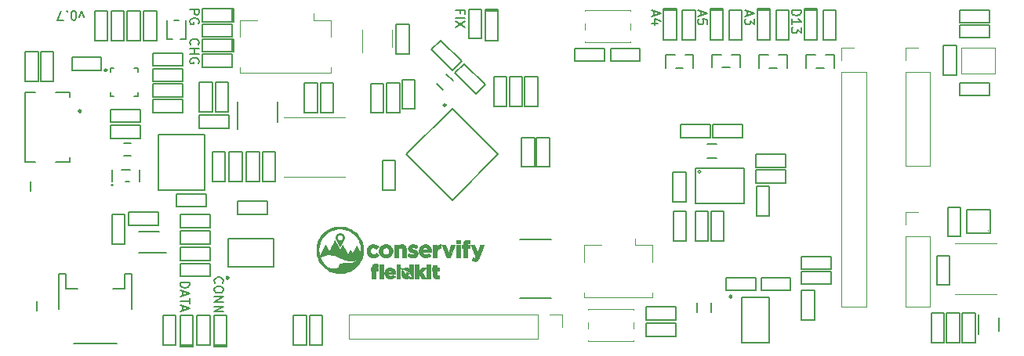
<source format=gbr>
G04 #@! TF.FileFunction,Legend,Top*
%FSLAX46Y46*%
G04 Gerber Fmt 4.6, Leading zero omitted, Abs format (unit mm)*
G04 Created by KiCad (PCBNEW 4.0.7-e2-6376~58~ubuntu16.04.1) date Thu Feb 15 15:21:06 2018*
%MOMM*%
%LPD*%
G01*
G04 APERTURE LIST*
%ADD10C,0.100000*%
%ADD11C,0.200000*%
%ADD12C,0.010000*%
%ADD13C,0.127000*%
%ADD14C,0.150000*%
%ADD15C,0.120000*%
%ADD16C,0.300000*%
G04 APERTURE END LIST*
D10*
D11*
X-32570681Y-12635100D02*
X-31570681Y-12635100D01*
X-31570681Y-12873195D01*
X-31618300Y-13016053D01*
X-31713538Y-13111291D01*
X-31808776Y-13158910D01*
X-31999252Y-13206529D01*
X-32142110Y-13206529D01*
X-32332586Y-13158910D01*
X-32427824Y-13111291D01*
X-32523062Y-13016053D01*
X-32570681Y-12873195D01*
X-32570681Y-12635100D01*
X-32284967Y-13587481D02*
X-32284967Y-14063672D01*
X-32570681Y-13492243D02*
X-31570681Y-13825576D01*
X-32570681Y-14158910D01*
X-31570681Y-14349386D02*
X-31570681Y-14920815D01*
X-32570681Y-14635100D02*
X-31570681Y-14635100D01*
X-32284967Y-15206529D02*
X-32284967Y-15682720D01*
X-32570681Y-15111291D02*
X-31570681Y-15444624D01*
X-32570681Y-15777958D01*
X-28805143Y-12695396D02*
X-28852762Y-12647777D01*
X-28900381Y-12504920D01*
X-28900381Y-12409682D01*
X-28852762Y-12266824D01*
X-28757524Y-12171586D01*
X-28662286Y-12123967D01*
X-28471810Y-12076348D01*
X-28328952Y-12076348D01*
X-28138476Y-12123967D01*
X-28043238Y-12171586D01*
X-27948000Y-12266824D01*
X-27900381Y-12409682D01*
X-27900381Y-12504920D01*
X-27948000Y-12647777D01*
X-27995619Y-12695396D01*
X-27900381Y-13314443D02*
X-27900381Y-13504920D01*
X-27948000Y-13600158D01*
X-28043238Y-13695396D01*
X-28233714Y-13743015D01*
X-28567048Y-13743015D01*
X-28757524Y-13695396D01*
X-28852762Y-13600158D01*
X-28900381Y-13504920D01*
X-28900381Y-13314443D01*
X-28852762Y-13219205D01*
X-28757524Y-13123967D01*
X-28567048Y-13076348D01*
X-28233714Y-13076348D01*
X-28043238Y-13123967D01*
X-27948000Y-13219205D01*
X-27900381Y-13314443D01*
X-28900381Y-14171586D02*
X-27900381Y-14171586D01*
X-28900381Y-14743015D01*
X-27900381Y-14743015D01*
X-28900381Y-15219205D02*
X-27900381Y-15219205D01*
X-28900381Y-15790634D01*
X-27900381Y-15790634D01*
X-2316171Y16522628D02*
X-2316171Y16855962D01*
X-2839981Y16855962D02*
X-1839981Y16855962D01*
X-1839981Y16379771D01*
X-2839981Y15998819D02*
X-1839981Y15998819D01*
X-1839981Y15617867D02*
X-2839981Y14951200D01*
X-1839981Y14951200D02*
X-2839981Y15617867D01*
X-42970629Y16092514D02*
X-43208724Y16759181D01*
X-43446820Y16092514D01*
X-44018248Y15759181D02*
X-44113487Y15759181D01*
X-44208725Y15806800D01*
X-44256344Y15854419D01*
X-44303963Y15949657D01*
X-44351582Y16140133D01*
X-44351582Y16378229D01*
X-44303963Y16568705D01*
X-44256344Y16663943D01*
X-44208725Y16711562D01*
X-44113487Y16759181D01*
X-44018248Y16759181D01*
X-43923010Y16711562D01*
X-43875391Y16663943D01*
X-43827772Y16568705D01*
X-43780153Y16378229D01*
X-43780153Y16140133D01*
X-43827772Y15949657D01*
X-43875391Y15854419D01*
X-43923010Y15806800D01*
X-44018248Y15759181D01*
X-44780153Y16663943D02*
X-44827772Y16711562D01*
X-44780153Y16759181D01*
X-44732534Y16711562D01*
X-44780153Y16663943D01*
X-44780153Y16759181D01*
X-45161105Y15759181D02*
X-45827772Y15759181D01*
X-45399200Y16759181D01*
X-31446743Y13109485D02*
X-31494362Y13157104D01*
X-31541981Y13299961D01*
X-31541981Y13395199D01*
X-31494362Y13538057D01*
X-31399124Y13633295D01*
X-31303886Y13680914D01*
X-31113410Y13728533D01*
X-30970552Y13728533D01*
X-30780076Y13680914D01*
X-30684838Y13633295D01*
X-30589600Y13538057D01*
X-30541981Y13395199D01*
X-30541981Y13299961D01*
X-30589600Y13157104D01*
X-30637219Y13109485D01*
X-31541981Y12680914D02*
X-30541981Y12680914D01*
X-31018171Y12680914D02*
X-31018171Y12109485D01*
X-31541981Y12109485D02*
X-30541981Y12109485D01*
X-30589600Y11109485D02*
X-30541981Y11204723D01*
X-30541981Y11347580D01*
X-30589600Y11490438D01*
X-30684838Y11585676D01*
X-30780076Y11633295D01*
X-30970552Y11680914D01*
X-31113410Y11680914D01*
X-31303886Y11633295D01*
X-31399124Y11585676D01*
X-31494362Y11490438D01*
X-31541981Y11347580D01*
X-31541981Y11252342D01*
X-31494362Y11109485D01*
X-31446743Y11061866D01*
X-31113410Y11061866D01*
X-31113410Y11252342D01*
X-31541981Y16916305D02*
X-30541981Y16916305D01*
X-30541981Y16535352D01*
X-30589600Y16440114D01*
X-30637219Y16392495D01*
X-30732457Y16344876D01*
X-30875314Y16344876D01*
X-30970552Y16392495D01*
X-31018171Y16440114D01*
X-31065790Y16535352D01*
X-31065790Y16916305D01*
X-30589600Y15392495D02*
X-30541981Y15487733D01*
X-30541981Y15630590D01*
X-30589600Y15773448D01*
X-30684838Y15868686D01*
X-30780076Y15916305D01*
X-30970552Y15963924D01*
X-31113410Y15963924D01*
X-31303886Y15916305D01*
X-31399124Y15868686D01*
X-31494362Y15773448D01*
X-31541981Y15630590D01*
X-31541981Y15535352D01*
X-31494362Y15392495D01*
X-31446743Y15344876D01*
X-31113410Y15344876D01*
X-31113410Y15535352D01*
X18603933Y16728986D02*
X18603933Y16252795D01*
X18318219Y16824224D02*
X19318219Y16490891D01*
X18318219Y16157557D01*
X18984886Y15395652D02*
X18318219Y15395652D01*
X19365838Y15633748D02*
X18651552Y15871843D01*
X18651552Y15252795D01*
X23620433Y16716286D02*
X23620433Y16240095D01*
X23334719Y16811524D02*
X24334719Y16478191D01*
X23334719Y16144857D01*
X24334719Y15335333D02*
X24334719Y15811524D01*
X23858529Y15859143D01*
X23906148Y15811524D01*
X23953767Y15716286D01*
X23953767Y15478190D01*
X23906148Y15382952D01*
X23858529Y15335333D01*
X23763290Y15287714D01*
X23525195Y15287714D01*
X23429957Y15335333D01*
X23382338Y15382952D01*
X23334719Y15478190D01*
X23334719Y15716286D01*
X23382338Y15811524D01*
X23429957Y15859143D01*
X28687733Y16716286D02*
X28687733Y16240095D01*
X28402019Y16811524D02*
X29402019Y16478191D01*
X28402019Y16144857D01*
X29402019Y15906762D02*
X29402019Y15287714D01*
X29021067Y15621048D01*
X29021067Y15478190D01*
X28973448Y15382952D01*
X28925829Y15335333D01*
X28830590Y15287714D01*
X28592495Y15287714D01*
X28497257Y15335333D01*
X28449638Y15382952D01*
X28402019Y15478190D01*
X28402019Y15763905D01*
X28449638Y15859143D01*
X28497257Y15906762D01*
X33456619Y16835286D02*
X34456619Y16835286D01*
X34456619Y16597191D01*
X34409000Y16454333D01*
X34313762Y16359095D01*
X34218524Y16311476D01*
X34028048Y16263857D01*
X33885190Y16263857D01*
X33694714Y16311476D01*
X33599476Y16359095D01*
X33504238Y16454333D01*
X33456619Y16597191D01*
X33456619Y16835286D01*
X33456619Y15311476D02*
X33456619Y15882905D01*
X33456619Y15597191D02*
X34456619Y15597191D01*
X34313762Y15692429D01*
X34218524Y15787667D01*
X34170905Y15882905D01*
X34456619Y14978143D02*
X34456619Y14359095D01*
X34075667Y14692429D01*
X34075667Y14549571D01*
X34028048Y14454333D01*
X33980429Y14406714D01*
X33885190Y14359095D01*
X33647095Y14359095D01*
X33551857Y14406714D01*
X33504238Y14454333D01*
X33456619Y14549571D01*
X33456619Y14835286D01*
X33504238Y14930524D01*
X33551857Y14978143D01*
D12*
G36*
X-9874108Y-11027289D02*
X-9819675Y-11031286D01*
X-9772154Y-11038061D01*
X-9746754Y-11043994D01*
X-9662446Y-11075398D01*
X-9586686Y-11118254D01*
X-9520150Y-11171945D01*
X-9463510Y-11235851D01*
X-9417444Y-11309353D01*
X-9389753Y-11371692D01*
X-9369870Y-11431313D01*
X-9355442Y-11490924D01*
X-9345608Y-11555061D01*
X-9339508Y-11628258D01*
X-9338884Y-11639869D01*
X-9334079Y-11734800D01*
X-10107145Y-11734800D01*
X-10102233Y-11754757D01*
X-10085518Y-11796363D01*
X-10057767Y-11836528D01*
X-10022258Y-11871425D01*
X-9982274Y-11897227D01*
X-9978616Y-11898951D01*
X-9921448Y-11917283D01*
X-9860790Y-11922508D01*
X-9798590Y-11914976D01*
X-9736799Y-11895036D01*
X-9677366Y-11863036D01*
X-9644826Y-11839155D01*
X-9604944Y-11806668D01*
X-9496029Y-11898038D01*
X-9462515Y-11926412D01*
X-9433181Y-11951744D01*
X-9409721Y-11972528D01*
X-9393831Y-11987259D01*
X-9387207Y-11994432D01*
X-9387115Y-11994728D01*
X-9392245Y-12002864D01*
X-9406008Y-12018091D01*
X-9425963Y-12038115D01*
X-9449670Y-12060646D01*
X-9474688Y-12083391D01*
X-9498577Y-12104057D01*
X-9518895Y-12120352D01*
X-9527269Y-12126358D01*
X-9589921Y-12161795D01*
X-9662313Y-12191273D01*
X-9714356Y-12206841D01*
X-9757808Y-12215338D01*
X-9810550Y-12221522D01*
X-9867524Y-12225148D01*
X-9923671Y-12225970D01*
X-9973932Y-12223743D01*
X-10000061Y-12220701D01*
X-10093125Y-12199435D01*
X-10179672Y-12166211D01*
X-10258610Y-12121702D01*
X-10328850Y-12066583D01*
X-10389302Y-12001528D01*
X-10417553Y-11962412D01*
X-10458636Y-11887418D01*
X-10487748Y-11806976D01*
X-10505171Y-11722815D01*
X-10511183Y-11636666D01*
X-10506063Y-11550259D01*
X-10502555Y-11531600D01*
X-10114643Y-11531600D01*
X-9720943Y-11531600D01*
X-9720943Y-11513730D01*
X-9725180Y-11487683D01*
X-9736384Y-11455625D01*
X-9752300Y-11422749D01*
X-9770668Y-11394248D01*
X-9775449Y-11388334D01*
X-9809243Y-11356969D01*
X-9847769Y-11337639D01*
X-9893738Y-11329173D01*
X-9913734Y-11328560D01*
X-9962783Y-11333137D01*
X-10003015Y-11347311D01*
X-10037437Y-11372259D01*
X-10045307Y-11380128D01*
X-10064764Y-11405806D01*
X-10084043Y-11439727D01*
X-10100125Y-11475899D01*
X-10109989Y-11508331D01*
X-10110017Y-11508469D01*
X-10114643Y-11531600D01*
X-10502555Y-11531600D01*
X-10490093Y-11465324D01*
X-10463551Y-11383593D01*
X-10426717Y-11306794D01*
X-10379871Y-11236660D01*
X-10323293Y-11174918D01*
X-10285082Y-11142843D01*
X-10237000Y-11110934D01*
X-10180964Y-11080836D01*
X-10123203Y-11055620D01*
X-10076543Y-11040082D01*
X-10036673Y-11032466D01*
X-9986829Y-11027829D01*
X-9931233Y-11026120D01*
X-9874108Y-11027289D01*
X-9874108Y-11027289D01*
G37*
X-9874108Y-11027289D02*
X-9819675Y-11031286D01*
X-9772154Y-11038061D01*
X-9746754Y-11043994D01*
X-9662446Y-11075398D01*
X-9586686Y-11118254D01*
X-9520150Y-11171945D01*
X-9463510Y-11235851D01*
X-9417444Y-11309353D01*
X-9389753Y-11371692D01*
X-9369870Y-11431313D01*
X-9355442Y-11490924D01*
X-9345608Y-11555061D01*
X-9339508Y-11628258D01*
X-9338884Y-11639869D01*
X-9334079Y-11734800D01*
X-10107145Y-11734800D01*
X-10102233Y-11754757D01*
X-10085518Y-11796363D01*
X-10057767Y-11836528D01*
X-10022258Y-11871425D01*
X-9982274Y-11897227D01*
X-9978616Y-11898951D01*
X-9921448Y-11917283D01*
X-9860790Y-11922508D01*
X-9798590Y-11914976D01*
X-9736799Y-11895036D01*
X-9677366Y-11863036D01*
X-9644826Y-11839155D01*
X-9604944Y-11806668D01*
X-9496029Y-11898038D01*
X-9462515Y-11926412D01*
X-9433181Y-11951744D01*
X-9409721Y-11972528D01*
X-9393831Y-11987259D01*
X-9387207Y-11994432D01*
X-9387115Y-11994728D01*
X-9392245Y-12002864D01*
X-9406008Y-12018091D01*
X-9425963Y-12038115D01*
X-9449670Y-12060646D01*
X-9474688Y-12083391D01*
X-9498577Y-12104057D01*
X-9518895Y-12120352D01*
X-9527269Y-12126358D01*
X-9589921Y-12161795D01*
X-9662313Y-12191273D01*
X-9714356Y-12206841D01*
X-9757808Y-12215338D01*
X-9810550Y-12221522D01*
X-9867524Y-12225148D01*
X-9923671Y-12225970D01*
X-9973932Y-12223743D01*
X-10000061Y-12220701D01*
X-10093125Y-12199435D01*
X-10179672Y-12166211D01*
X-10258610Y-12121702D01*
X-10328850Y-12066583D01*
X-10389302Y-12001528D01*
X-10417553Y-11962412D01*
X-10458636Y-11887418D01*
X-10487748Y-11806976D01*
X-10505171Y-11722815D01*
X-10511183Y-11636666D01*
X-10506063Y-11550259D01*
X-10502555Y-11531600D01*
X-10114643Y-11531600D01*
X-9720943Y-11531600D01*
X-9720943Y-11513730D01*
X-9725180Y-11487683D01*
X-9736384Y-11455625D01*
X-9752300Y-11422749D01*
X-9770668Y-11394248D01*
X-9775449Y-11388334D01*
X-9809243Y-11356969D01*
X-9847769Y-11337639D01*
X-9893738Y-11329173D01*
X-9913734Y-11328560D01*
X-9962783Y-11333137D01*
X-10003015Y-11347311D01*
X-10037437Y-11372259D01*
X-10045307Y-11380128D01*
X-10064764Y-11405806D01*
X-10084043Y-11439727D01*
X-10100125Y-11475899D01*
X-10109989Y-11508331D01*
X-10110017Y-11508469D01*
X-10114643Y-11531600D01*
X-10502555Y-11531600D01*
X-10490093Y-11465324D01*
X-10463551Y-11383593D01*
X-10426717Y-11306794D01*
X-10379871Y-11236660D01*
X-10323293Y-11174918D01*
X-10285082Y-11142843D01*
X-10237000Y-11110934D01*
X-10180964Y-11080836D01*
X-10123203Y-11055620D01*
X-10076543Y-11040082D01*
X-10036673Y-11032466D01*
X-9986829Y-11027829D01*
X-9931233Y-11026120D01*
X-9874108Y-11027289D01*
G36*
X-7436720Y-11422743D02*
X-7434869Y-12195629D01*
X-7641735Y-12193597D01*
X-7848600Y-12191565D01*
X-7848600Y-12052356D01*
X-7899351Y-12100232D01*
X-7926762Y-12124539D01*
X-7955672Y-12147679D01*
X-7981110Y-12165742D01*
X-7988251Y-12170129D01*
X-8052765Y-12199548D01*
X-8123685Y-12218087D01*
X-8197133Y-12225111D01*
X-8269233Y-12219985D01*
X-8280400Y-12217992D01*
X-8363071Y-12194930D01*
X-8438329Y-12159639D01*
X-8505661Y-12112658D01*
X-8564557Y-12054527D01*
X-8614506Y-11985784D01*
X-8654996Y-11906969D01*
X-8685517Y-11818620D01*
X-8694758Y-11781009D01*
X-8703669Y-11723013D01*
X-8707614Y-11656726D01*
X-8706697Y-11587421D01*
X-8701022Y-11520368D01*
X-8690694Y-11460840D01*
X-8688238Y-11450909D01*
X-8678705Y-11418314D01*
X-8666851Y-11383457D01*
X-8653811Y-11349060D01*
X-8640721Y-11317841D01*
X-8628717Y-11292521D01*
X-8618933Y-11275820D01*
X-8612887Y-11270406D01*
X-8607775Y-11276124D01*
X-8595415Y-11292267D01*
X-8576859Y-11317355D01*
X-8553160Y-11349905D01*
X-8525370Y-11388438D01*
X-8494542Y-11431472D01*
X-8461729Y-11477526D01*
X-8427985Y-11525121D01*
X-8394361Y-11572774D01*
X-8361910Y-11619004D01*
X-8331686Y-11662332D01*
X-8304740Y-11701277D01*
X-8282127Y-11734356D01*
X-8266607Y-11757497D01*
X-8239611Y-11798337D01*
X-7851221Y-11988551D01*
X-7781348Y-12022709D01*
X-7715428Y-12054817D01*
X-7654598Y-12084327D01*
X-7599998Y-12110693D01*
X-7552767Y-12133368D01*
X-7514043Y-12151805D01*
X-7484964Y-12165457D01*
X-7466670Y-12173778D01*
X-7460308Y-12176241D01*
X-7463802Y-12169948D01*
X-7474755Y-12152717D01*
X-7492457Y-12125610D01*
X-7516204Y-12089688D01*
X-7545287Y-12046014D01*
X-7578999Y-11995650D01*
X-7616635Y-11939658D01*
X-7657486Y-11879100D01*
X-7694921Y-11823780D01*
X-7932057Y-11473842D01*
X-8227019Y-11321293D01*
X-8287491Y-11290073D01*
X-8344007Y-11261002D01*
X-8395264Y-11234743D01*
X-8439958Y-11211958D01*
X-8476786Y-11193311D01*
X-8504445Y-11179464D01*
X-8521630Y-11171079D01*
X-8527027Y-11168743D01*
X-8536238Y-11174814D01*
X-8552043Y-11192380D01*
X-8573603Y-11220471D01*
X-8582197Y-11232392D01*
X-8595642Y-11249059D01*
X-8606476Y-11258556D01*
X-8610641Y-11259433D01*
X-8616910Y-11252347D01*
X-8629773Y-11235576D01*
X-8647560Y-11211369D01*
X-8668600Y-11181973D01*
X-8676769Y-11170383D01*
X-8699997Y-11137418D01*
X-8721873Y-11106594D01*
X-8740258Y-11080914D01*
X-8753009Y-11063379D01*
X-8755068Y-11060617D01*
X-8760985Y-11052338D01*
X-8763079Y-11047377D01*
X-8759913Y-11046253D01*
X-8750047Y-11049483D01*
X-8732044Y-11057585D01*
X-8704466Y-11071076D01*
X-8665875Y-11090475D01*
X-8650388Y-11098306D01*
X-8527143Y-11160665D01*
X-8505372Y-11140065D01*
X-8469036Y-11111106D01*
X-8423013Y-11082709D01*
X-8371966Y-11057614D01*
X-8349343Y-11048411D01*
X-8326249Y-11040045D01*
X-8306317Y-11034291D01*
X-8285892Y-11030661D01*
X-8261316Y-11028670D01*
X-8228934Y-11027830D01*
X-8193315Y-11027660D01*
X-8150096Y-11027940D01*
X-8117802Y-11029129D01*
X-8092852Y-11031625D01*
X-8071666Y-11035829D01*
X-8050662Y-11042140D01*
X-8044543Y-11044263D01*
X-7992445Y-11067277D01*
X-7940790Y-11098222D01*
X-7895483Y-11133385D01*
X-7881204Y-11147033D01*
X-7852229Y-11176713D01*
X-7848600Y-10913285D01*
X-7844972Y-10649857D01*
X-7438572Y-10649857D01*
X-7436720Y-11422743D01*
X-7436720Y-11422743D01*
G37*
X-7436720Y-11422743D02*
X-7434869Y-12195629D01*
X-7641735Y-12193597D01*
X-7848600Y-12191565D01*
X-7848600Y-12052356D01*
X-7899351Y-12100232D01*
X-7926762Y-12124539D01*
X-7955672Y-12147679D01*
X-7981110Y-12165742D01*
X-7988251Y-12170129D01*
X-8052765Y-12199548D01*
X-8123685Y-12218087D01*
X-8197133Y-12225111D01*
X-8269233Y-12219985D01*
X-8280400Y-12217992D01*
X-8363071Y-12194930D01*
X-8438329Y-12159639D01*
X-8505661Y-12112658D01*
X-8564557Y-12054527D01*
X-8614506Y-11985784D01*
X-8654996Y-11906969D01*
X-8685517Y-11818620D01*
X-8694758Y-11781009D01*
X-8703669Y-11723013D01*
X-8707614Y-11656726D01*
X-8706697Y-11587421D01*
X-8701022Y-11520368D01*
X-8690694Y-11460840D01*
X-8688238Y-11450909D01*
X-8678705Y-11418314D01*
X-8666851Y-11383457D01*
X-8653811Y-11349060D01*
X-8640721Y-11317841D01*
X-8628717Y-11292521D01*
X-8618933Y-11275820D01*
X-8612887Y-11270406D01*
X-8607775Y-11276124D01*
X-8595415Y-11292267D01*
X-8576859Y-11317355D01*
X-8553160Y-11349905D01*
X-8525370Y-11388438D01*
X-8494542Y-11431472D01*
X-8461729Y-11477526D01*
X-8427985Y-11525121D01*
X-8394361Y-11572774D01*
X-8361910Y-11619004D01*
X-8331686Y-11662332D01*
X-8304740Y-11701277D01*
X-8282127Y-11734356D01*
X-8266607Y-11757497D01*
X-8239611Y-11798337D01*
X-7851221Y-11988551D01*
X-7781348Y-12022709D01*
X-7715428Y-12054817D01*
X-7654598Y-12084327D01*
X-7599998Y-12110693D01*
X-7552767Y-12133368D01*
X-7514043Y-12151805D01*
X-7484964Y-12165457D01*
X-7466670Y-12173778D01*
X-7460308Y-12176241D01*
X-7463802Y-12169948D01*
X-7474755Y-12152717D01*
X-7492457Y-12125610D01*
X-7516204Y-12089688D01*
X-7545287Y-12046014D01*
X-7578999Y-11995650D01*
X-7616635Y-11939658D01*
X-7657486Y-11879100D01*
X-7694921Y-11823780D01*
X-7932057Y-11473842D01*
X-8227019Y-11321293D01*
X-8287491Y-11290073D01*
X-8344007Y-11261002D01*
X-8395264Y-11234743D01*
X-8439958Y-11211958D01*
X-8476786Y-11193311D01*
X-8504445Y-11179464D01*
X-8521630Y-11171079D01*
X-8527027Y-11168743D01*
X-8536238Y-11174814D01*
X-8552043Y-11192380D01*
X-8573603Y-11220471D01*
X-8582197Y-11232392D01*
X-8595642Y-11249059D01*
X-8606476Y-11258556D01*
X-8610641Y-11259433D01*
X-8616910Y-11252347D01*
X-8629773Y-11235576D01*
X-8647560Y-11211369D01*
X-8668600Y-11181973D01*
X-8676769Y-11170383D01*
X-8699997Y-11137418D01*
X-8721873Y-11106594D01*
X-8740258Y-11080914D01*
X-8753009Y-11063379D01*
X-8755068Y-11060617D01*
X-8760985Y-11052338D01*
X-8763079Y-11047377D01*
X-8759913Y-11046253D01*
X-8750047Y-11049483D01*
X-8732044Y-11057585D01*
X-8704466Y-11071076D01*
X-8665875Y-11090475D01*
X-8650388Y-11098306D01*
X-8527143Y-11160665D01*
X-8505372Y-11140065D01*
X-8469036Y-11111106D01*
X-8423013Y-11082709D01*
X-8371966Y-11057614D01*
X-8349343Y-11048411D01*
X-8326249Y-11040045D01*
X-8306317Y-11034291D01*
X-8285892Y-11030661D01*
X-8261316Y-11028670D01*
X-8228934Y-11027830D01*
X-8193315Y-11027660D01*
X-8150096Y-11027940D01*
X-8117802Y-11029129D01*
X-8092852Y-11031625D01*
X-8071666Y-11035829D01*
X-8050662Y-11042140D01*
X-8044543Y-11044263D01*
X-7992445Y-11067277D01*
X-7940790Y-11098222D01*
X-7895483Y-11133385D01*
X-7881204Y-11147033D01*
X-7852229Y-11176713D01*
X-7848600Y-10913285D01*
X-7844972Y-10649857D01*
X-7438572Y-10649857D01*
X-7436720Y-11422743D01*
G36*
X-4860322Y-10905672D02*
X-4858357Y-11052629D01*
X-4582614Y-11052629D01*
X-4584564Y-11217729D01*
X-4586515Y-11382829D01*
X-4722586Y-11384803D01*
X-4858657Y-11386778D01*
X-4858657Y-11597435D01*
X-4858552Y-11663238D01*
X-4858064Y-11716118D01*
X-4856930Y-11757667D01*
X-4854891Y-11789476D01*
X-4851686Y-11813136D01*
X-4847053Y-11830238D01*
X-4840733Y-11842373D01*
X-4832465Y-11851134D01*
X-4821987Y-11858110D01*
X-4815352Y-11861677D01*
X-4791490Y-11868841D01*
X-4758216Y-11872106D01*
X-4720091Y-11871486D01*
X-4681680Y-11867000D01*
X-4655457Y-11861115D01*
X-4630240Y-11854049D01*
X-4608496Y-11848190D01*
X-4599215Y-11845840D01*
X-4582886Y-11841965D01*
X-4582886Y-12156513D01*
X-4622056Y-12173836D01*
X-4661176Y-12189765D01*
X-4698146Y-12201351D01*
X-4736802Y-12209323D01*
X-4780979Y-12214404D01*
X-4834512Y-12217322D01*
X-4855029Y-12217938D01*
X-4912975Y-12218574D01*
X-4958522Y-12217100D01*
X-4993642Y-12213423D01*
X-5008339Y-12210631D01*
X-5076474Y-12188976D01*
X-5134288Y-12157165D01*
X-5182055Y-12114940D01*
X-5220047Y-12062040D01*
X-5248536Y-11998209D01*
X-5255464Y-11976222D01*
X-5258708Y-11962868D01*
X-5261404Y-11946389D01*
X-5263622Y-11925260D01*
X-5265436Y-11897955D01*
X-5266919Y-11862951D01*
X-5268143Y-11818720D01*
X-5269181Y-11763739D01*
X-5270107Y-11696481D01*
X-5270521Y-11660415D01*
X-5273521Y-11386457D01*
X-5395686Y-11386457D01*
X-5395686Y-11052629D01*
X-5272615Y-11052629D01*
X-5270651Y-10905672D01*
X-5268686Y-10758715D01*
X-4862286Y-10758715D01*
X-4860322Y-10905672D01*
X-4860322Y-10905672D01*
G37*
X-4860322Y-10905672D02*
X-4858357Y-11052629D01*
X-4582614Y-11052629D01*
X-4584564Y-11217729D01*
X-4586515Y-11382829D01*
X-4722586Y-11384803D01*
X-4858657Y-11386778D01*
X-4858657Y-11597435D01*
X-4858552Y-11663238D01*
X-4858064Y-11716118D01*
X-4856930Y-11757667D01*
X-4854891Y-11789476D01*
X-4851686Y-11813136D01*
X-4847053Y-11830238D01*
X-4840733Y-11842373D01*
X-4832465Y-11851134D01*
X-4821987Y-11858110D01*
X-4815352Y-11861677D01*
X-4791490Y-11868841D01*
X-4758216Y-11872106D01*
X-4720091Y-11871486D01*
X-4681680Y-11867000D01*
X-4655457Y-11861115D01*
X-4630240Y-11854049D01*
X-4608496Y-11848190D01*
X-4599215Y-11845840D01*
X-4582886Y-11841965D01*
X-4582886Y-12156513D01*
X-4622056Y-12173836D01*
X-4661176Y-12189765D01*
X-4698146Y-12201351D01*
X-4736802Y-12209323D01*
X-4780979Y-12214404D01*
X-4834512Y-12217322D01*
X-4855029Y-12217938D01*
X-4912975Y-12218574D01*
X-4958522Y-12217100D01*
X-4993642Y-12213423D01*
X-5008339Y-12210631D01*
X-5076474Y-12188976D01*
X-5134288Y-12157165D01*
X-5182055Y-12114940D01*
X-5220047Y-12062040D01*
X-5248536Y-11998209D01*
X-5255464Y-11976222D01*
X-5258708Y-11962868D01*
X-5261404Y-11946389D01*
X-5263622Y-11925260D01*
X-5265436Y-11897955D01*
X-5266919Y-11862951D01*
X-5268143Y-11818720D01*
X-5269181Y-11763739D01*
X-5270107Y-11696481D01*
X-5270521Y-11660415D01*
X-5273521Y-11386457D01*
X-5395686Y-11386457D01*
X-5395686Y-11052629D01*
X-5272615Y-11052629D01*
X-5270651Y-10905672D01*
X-5268686Y-10758715D01*
X-4862286Y-10758715D01*
X-4860322Y-10905672D01*
G36*
X-11423213Y-10633826D02*
X-11371418Y-10637014D01*
X-11323231Y-10641930D01*
X-11281647Y-10648412D01*
X-11249664Y-10656295D01*
X-11235872Y-10661866D01*
X-11231400Y-10665455D01*
X-11228110Y-10672195D01*
X-11225825Y-10684086D01*
X-11224367Y-10703128D01*
X-11223558Y-10731319D01*
X-11223222Y-10770659D01*
X-11223172Y-10804932D01*
X-11223362Y-10847942D01*
X-11223891Y-10885784D01*
X-11224696Y-10916134D01*
X-11225717Y-10936670D01*
X-11226889Y-10945066D01*
X-11226917Y-10945097D01*
X-11235442Y-10945513D01*
X-11253354Y-10942578D01*
X-11268412Y-10939050D01*
X-11303771Y-10932580D01*
X-11343157Y-10929637D01*
X-11381925Y-10930176D01*
X-11415433Y-10934151D01*
X-11437411Y-10940702D01*
X-11459632Y-10958810D01*
X-11475591Y-10987404D01*
X-11483720Y-11023235D01*
X-11484429Y-11038094D01*
X-11484429Y-11066808D01*
X-11355615Y-11068790D01*
X-11226800Y-11070772D01*
X-11224836Y-11217729D01*
X-11222871Y-11364686D01*
X-11484429Y-11364686D01*
X-11484429Y-12192000D01*
X-11890829Y-12192000D01*
X-11890829Y-11364686D01*
X-12021457Y-11364686D01*
X-12021457Y-11052629D01*
X-11892961Y-11052629D01*
X-11888725Y-10985500D01*
X-11877904Y-10906910D01*
X-11856079Y-10837533D01*
X-11823475Y-10777641D01*
X-11780313Y-10727506D01*
X-11726817Y-10687400D01*
X-11663209Y-10657593D01*
X-11606554Y-10641634D01*
X-11570287Y-10636271D01*
X-11525643Y-10633291D01*
X-11475620Y-10632531D01*
X-11423213Y-10633826D01*
X-11423213Y-10633826D01*
G37*
X-11423213Y-10633826D02*
X-11371418Y-10637014D01*
X-11323231Y-10641930D01*
X-11281647Y-10648412D01*
X-11249664Y-10656295D01*
X-11235872Y-10661866D01*
X-11231400Y-10665455D01*
X-11228110Y-10672195D01*
X-11225825Y-10684086D01*
X-11224367Y-10703128D01*
X-11223558Y-10731319D01*
X-11223222Y-10770659D01*
X-11223172Y-10804932D01*
X-11223362Y-10847942D01*
X-11223891Y-10885784D01*
X-11224696Y-10916134D01*
X-11225717Y-10936670D01*
X-11226889Y-10945066D01*
X-11226917Y-10945097D01*
X-11235442Y-10945513D01*
X-11253354Y-10942578D01*
X-11268412Y-10939050D01*
X-11303771Y-10932580D01*
X-11343157Y-10929637D01*
X-11381925Y-10930176D01*
X-11415433Y-10934151D01*
X-11437411Y-10940702D01*
X-11459632Y-10958810D01*
X-11475591Y-10987404D01*
X-11483720Y-11023235D01*
X-11484429Y-11038094D01*
X-11484429Y-11066808D01*
X-11355615Y-11068790D01*
X-11226800Y-11070772D01*
X-11224836Y-11217729D01*
X-11222871Y-11364686D01*
X-11484429Y-11364686D01*
X-11484429Y-12192000D01*
X-11890829Y-12192000D01*
X-11890829Y-11364686D01*
X-12021457Y-11364686D01*
X-12021457Y-11052629D01*
X-11892961Y-11052629D01*
X-11888725Y-10985500D01*
X-11877904Y-10906910D01*
X-11856079Y-10837533D01*
X-11823475Y-10777641D01*
X-11780313Y-10727506D01*
X-11726817Y-10687400D01*
X-11663209Y-10657593D01*
X-11606554Y-10641634D01*
X-11570287Y-10636271D01*
X-11525643Y-10633291D01*
X-11475620Y-10632531D01*
X-11423213Y-10633826D01*
G36*
X-10657115Y-12192000D02*
X-11063515Y-12192000D01*
X-11063515Y-11052629D01*
X-10657115Y-11052629D01*
X-10657115Y-12192000D01*
X-10657115Y-12192000D01*
G37*
X-10657115Y-12192000D02*
X-11063515Y-12192000D01*
X-11063515Y-11052629D01*
X-10657115Y-11052629D01*
X-10657115Y-12192000D01*
G36*
X-8815582Y-11420929D02*
X-8813734Y-12192000D01*
X-9227523Y-12192000D01*
X-9225676Y-11420929D01*
X-9223829Y-10649857D01*
X-8817429Y-10649857D01*
X-8815582Y-11420929D01*
X-8815582Y-11420929D01*
G37*
X-8815582Y-11420929D02*
X-8813734Y-12192000D01*
X-9227523Y-12192000D01*
X-9225676Y-11420929D01*
X-9223829Y-10649857D01*
X-8817429Y-10649857D01*
X-8815582Y-11420929D01*
G36*
X-6845363Y-11034880D02*
X-6843486Y-11423531D01*
X-6524704Y-11052629D01*
X-6297652Y-11052629D01*
X-6241909Y-11052748D01*
X-6191129Y-11053087D01*
X-6147048Y-11053614D01*
X-6111404Y-11054302D01*
X-6085932Y-11055119D01*
X-6072372Y-11056035D01*
X-6070600Y-11056521D01*
X-6075177Y-11062446D01*
X-6088082Y-11077867D01*
X-6108084Y-11101362D01*
X-6133946Y-11131510D01*
X-6164436Y-11166890D01*
X-6198318Y-11206080D01*
X-6234359Y-11247657D01*
X-6271325Y-11290201D01*
X-6307981Y-11332290D01*
X-6343093Y-11372502D01*
X-6375427Y-11409415D01*
X-6403749Y-11441609D01*
X-6426825Y-11467661D01*
X-6443420Y-11486150D01*
X-6446640Y-11489672D01*
X-6464818Y-11509429D01*
X-6270100Y-11834386D01*
X-6232367Y-11897335D01*
X-6196645Y-11956886D01*
X-6163677Y-12011806D01*
X-6134202Y-12060863D01*
X-6108962Y-12102825D01*
X-6088698Y-12136459D01*
X-6074150Y-12160532D01*
X-6066061Y-12173812D01*
X-6064899Y-12175672D01*
X-6054417Y-12192000D01*
X-6503638Y-12192000D01*
X-6621338Y-11999890D01*
X-6739038Y-11807779D01*
X-6792971Y-11867447D01*
X-6846903Y-11927115D01*
X-6847009Y-12059557D01*
X-6847115Y-12192000D01*
X-7253515Y-12192000D01*
X-7253515Y-10646229D01*
X-6847241Y-10646229D01*
X-6845363Y-11034880D01*
X-6845363Y-11034880D01*
G37*
X-6845363Y-11034880D02*
X-6843486Y-11423531D01*
X-6524704Y-11052629D01*
X-6297652Y-11052629D01*
X-6241909Y-11052748D01*
X-6191129Y-11053087D01*
X-6147048Y-11053614D01*
X-6111404Y-11054302D01*
X-6085932Y-11055119D01*
X-6072372Y-11056035D01*
X-6070600Y-11056521D01*
X-6075177Y-11062446D01*
X-6088082Y-11077867D01*
X-6108084Y-11101362D01*
X-6133946Y-11131510D01*
X-6164436Y-11166890D01*
X-6198318Y-11206080D01*
X-6234359Y-11247657D01*
X-6271325Y-11290201D01*
X-6307981Y-11332290D01*
X-6343093Y-11372502D01*
X-6375427Y-11409415D01*
X-6403749Y-11441609D01*
X-6426825Y-11467661D01*
X-6443420Y-11486150D01*
X-6446640Y-11489672D01*
X-6464818Y-11509429D01*
X-6270100Y-11834386D01*
X-6232367Y-11897335D01*
X-6196645Y-11956886D01*
X-6163677Y-12011806D01*
X-6134202Y-12060863D01*
X-6108962Y-12102825D01*
X-6088698Y-12136459D01*
X-6074150Y-12160532D01*
X-6066061Y-12173812D01*
X-6064899Y-12175672D01*
X-6054417Y-12192000D01*
X-6503638Y-12192000D01*
X-6621338Y-11999890D01*
X-6739038Y-11807779D01*
X-6792971Y-11867447D01*
X-6846903Y-11927115D01*
X-6847009Y-12059557D01*
X-6847115Y-12192000D01*
X-7253515Y-12192000D01*
X-7253515Y-10646229D01*
X-6847241Y-10646229D01*
X-6845363Y-11034880D01*
G36*
X-5577115Y-12192000D02*
X-5990772Y-12192000D01*
X-5990772Y-11052629D01*
X-5577115Y-11052629D01*
X-5577115Y-12192000D01*
X-5577115Y-12192000D01*
G37*
X-5577115Y-12192000D02*
X-5990772Y-12192000D01*
X-5990772Y-11052629D01*
X-5577115Y-11052629D01*
X-5577115Y-12192000D01*
G36*
X-8040607Y-11515745D02*
X-8004634Y-11533637D01*
X-7984526Y-11552712D01*
X-7962431Y-11588973D01*
X-7952870Y-11628073D01*
X-7955291Y-11667254D01*
X-7969144Y-11703761D01*
X-7993880Y-11734839D01*
X-8025114Y-11755949D01*
X-8064275Y-11768945D01*
X-8101876Y-11768219D01*
X-8137665Y-11755514D01*
X-8171683Y-11731349D01*
X-8195184Y-11699386D01*
X-8207631Y-11662364D01*
X-8208488Y-11623023D01*
X-8197219Y-11584102D01*
X-8177312Y-11552927D01*
X-8147220Y-11526094D01*
X-8112048Y-11512334D01*
X-8084585Y-11509829D01*
X-8040607Y-11515745D01*
X-8040607Y-11515745D01*
G37*
X-8040607Y-11515745D02*
X-8004634Y-11533637D01*
X-7984526Y-11552712D01*
X-7962431Y-11588973D01*
X-7952870Y-11628073D01*
X-7955291Y-11667254D01*
X-7969144Y-11703761D01*
X-7993880Y-11734839D01*
X-8025114Y-11755949D01*
X-8064275Y-11768945D01*
X-8101876Y-11768219D01*
X-8137665Y-11755514D01*
X-8171683Y-11731349D01*
X-8195184Y-11699386D01*
X-8207631Y-11662364D01*
X-8208488Y-11623023D01*
X-8197219Y-11584102D01*
X-8177312Y-11552927D01*
X-8147220Y-11526094D01*
X-8112048Y-11512334D01*
X-8084585Y-11509829D01*
X-8040607Y-11515745D01*
G36*
X-10657115Y-10943772D02*
X-11085587Y-10943772D01*
X-11083622Y-10796815D01*
X-11081657Y-10649857D01*
X-10869386Y-10647933D01*
X-10657115Y-10646010D01*
X-10657115Y-10943772D01*
X-10657115Y-10943772D01*
G37*
X-10657115Y-10943772D02*
X-11085587Y-10943772D01*
X-11083622Y-10796815D01*
X-11081657Y-10649857D01*
X-10869386Y-10647933D01*
X-10657115Y-10646010D01*
X-10657115Y-10943772D01*
G36*
X-5562600Y-10943772D02*
X-5991072Y-10943772D01*
X-5989108Y-10796815D01*
X-5987143Y-10649857D01*
X-5774872Y-10647933D01*
X-5562600Y-10646010D01*
X-5562600Y-10943772D01*
X-5562600Y-10943772D01*
G37*
X-5562600Y-10943772D02*
X-5991072Y-10943772D01*
X-5989108Y-10796815D01*
X-5987143Y-10649857D01*
X-5774872Y-10647933D01*
X-5562600Y-10646010D01*
X-5562600Y-10943772D01*
G36*
X-15275491Y-6594633D02*
X-15219613Y-6595229D01*
X-15171501Y-6596447D01*
X-15128688Y-6598471D01*
X-15088710Y-6601483D01*
X-15049099Y-6605667D01*
X-15007391Y-6611207D01*
X-14961120Y-6618285D01*
X-14911529Y-6626460D01*
X-14741174Y-6661512D01*
X-14574264Y-6708526D01*
X-14411388Y-6767088D01*
X-14253134Y-6836786D01*
X-14100092Y-6917207D01*
X-13952851Y-7007937D01*
X-13812000Y-7108563D01*
X-13678129Y-7218673D01*
X-13551827Y-7337853D01*
X-13433683Y-7465690D01*
X-13324287Y-7601771D01*
X-13224227Y-7745684D01*
X-13156701Y-7856697D01*
X-13073096Y-8014965D01*
X-13001673Y-8176749D01*
X-12942418Y-8342099D01*
X-12895319Y-8511069D01*
X-12860364Y-8683710D01*
X-12837540Y-8860075D01*
X-12826833Y-9040217D01*
X-12827882Y-9215088D01*
X-12840643Y-9389968D01*
X-12865795Y-9563019D01*
X-12903085Y-9733602D01*
X-12952259Y-9901078D01*
X-13013066Y-10064807D01*
X-13085251Y-10224151D01*
X-13168562Y-10378471D01*
X-13262745Y-10527126D01*
X-13367547Y-10669478D01*
X-13437046Y-10753480D01*
X-13474365Y-10794910D01*
X-13518916Y-10841540D01*
X-13568159Y-10890918D01*
X-13619551Y-10940590D01*
X-13670553Y-10988104D01*
X-13718623Y-11031007D01*
X-13761219Y-11066845D01*
X-13764058Y-11069129D01*
X-13907277Y-11175986D01*
X-14056722Y-11272132D01*
X-14211703Y-11357189D01*
X-14371535Y-11430775D01*
X-14522450Y-11488078D01*
X-14694536Y-11540365D01*
X-14868715Y-11580252D01*
X-15044502Y-11607676D01*
X-15221411Y-11622571D01*
X-15398955Y-11624871D01*
X-15509875Y-11619896D01*
X-15686913Y-11601712D01*
X-15861304Y-11571261D01*
X-16032468Y-11528808D01*
X-16199822Y-11474617D01*
X-16362784Y-11408953D01*
X-16520773Y-11332080D01*
X-16673206Y-11244262D01*
X-16819502Y-11145765D01*
X-16959078Y-11036852D01*
X-17091353Y-10917787D01*
X-17122690Y-10886989D01*
X-17243784Y-10757068D01*
X-17354586Y-10620065D01*
X-17454919Y-10476579D01*
X-17544605Y-10327209D01*
X-17623466Y-10172553D01*
X-17691325Y-10013211D01*
X-17733691Y-9891053D01*
X-17485960Y-9891053D01*
X-17484706Y-9899842D01*
X-17478879Y-9918315D01*
X-17469212Y-9944615D01*
X-17456439Y-9976890D01*
X-17441294Y-10013284D01*
X-17424511Y-10051943D01*
X-17406868Y-10090915D01*
X-17389274Y-10126677D01*
X-17366351Y-10169939D01*
X-17339850Y-10217655D01*
X-17311519Y-10266781D01*
X-17283109Y-10314271D01*
X-17256367Y-10357079D01*
X-17237783Y-10385275D01*
X-17150566Y-10504351D01*
X-17053949Y-10619752D01*
X-16949799Y-10729606D01*
X-16839985Y-10832035D01*
X-16726375Y-10925166D01*
X-16632862Y-10992489D01*
X-16572151Y-11027618D01*
X-16500119Y-11058903D01*
X-16417626Y-11086097D01*
X-16325532Y-11108952D01*
X-16224696Y-11127218D01*
X-16122650Y-11139988D01*
X-16089405Y-11142136D01*
X-16047596Y-11143076D01*
X-16001298Y-11142853D01*
X-15954587Y-11141515D01*
X-15911537Y-11139109D01*
X-15890391Y-11137297D01*
X-15806757Y-11125318D01*
X-15729313Y-11107002D01*
X-15659496Y-11082845D01*
X-15598744Y-11053345D01*
X-15548797Y-11019246D01*
X-15516015Y-10988601D01*
X-15491522Y-10956101D01*
X-15473630Y-10918662D01*
X-15460649Y-10873200D01*
X-15456089Y-10850041D01*
X-15442289Y-10789215D01*
X-15423821Y-10738862D01*
X-15399726Y-10697308D01*
X-15369049Y-10662880D01*
X-15333271Y-10635468D01*
X-15299664Y-10616175D01*
X-15262272Y-10599631D01*
X-15220061Y-10585680D01*
X-15172000Y-10574167D01*
X-15117058Y-10564936D01*
X-15054203Y-10557830D01*
X-14982403Y-10552695D01*
X-14900626Y-10549375D01*
X-14807841Y-10547712D01*
X-14750394Y-10547448D01*
X-14601310Y-10545711D01*
X-14464315Y-10540691D01*
X-14339448Y-10532389D01*
X-14226747Y-10520810D01*
X-14126250Y-10505956D01*
X-14058900Y-10492666D01*
X-13933404Y-10459262D01*
X-13813791Y-10416361D01*
X-13700918Y-10364435D01*
X-13595642Y-10303957D01*
X-13498819Y-10235399D01*
X-13411305Y-10159235D01*
X-13361702Y-10107962D01*
X-13338456Y-10082231D01*
X-13404991Y-10115622D01*
X-13438915Y-10132014D01*
X-13476027Y-10148935D01*
X-13510786Y-10163900D01*
X-13528244Y-10170921D01*
X-13573961Y-10186845D01*
X-13628595Y-10203092D01*
X-13688425Y-10218745D01*
X-13749731Y-10232883D01*
X-13808790Y-10244589D01*
X-13858875Y-10252546D01*
X-13903540Y-10257181D01*
X-13957620Y-10260641D01*
X-14017884Y-10262898D01*
X-14081100Y-10263924D01*
X-14144035Y-10263694D01*
X-14203458Y-10262178D01*
X-14256136Y-10259350D01*
X-14290675Y-10256192D01*
X-14458743Y-10231078D01*
X-14629457Y-10194437D01*
X-14801178Y-10146696D01*
X-14972267Y-10088282D01*
X-15050580Y-10057835D01*
X-15076952Y-10047113D01*
X-15101757Y-10036851D01*
X-15126462Y-10026393D01*
X-15152535Y-10015081D01*
X-15181445Y-10002260D01*
X-15214660Y-9987272D01*
X-15253648Y-9969462D01*
X-15299878Y-9948171D01*
X-15354817Y-9922744D01*
X-15413038Y-9895727D01*
X-15581331Y-9822944D01*
X-15748396Y-9761380D01*
X-15913856Y-9711060D01*
X-16077334Y-9672007D01*
X-16238454Y-9644247D01*
X-16396838Y-9627806D01*
X-16552110Y-9622707D01*
X-16703892Y-9628976D01*
X-16851808Y-9646637D01*
X-16995481Y-9675716D01*
X-17134533Y-9716238D01*
X-17268588Y-9768227D01*
X-17278076Y-9772431D01*
X-17308973Y-9786929D01*
X-17342468Y-9803806D01*
X-17376560Y-9821918D01*
X-17409249Y-9840126D01*
X-17438535Y-9857287D01*
X-17462417Y-9872259D01*
X-17478895Y-9883903D01*
X-17485960Y-9891053D01*
X-17733691Y-9891053D01*
X-17748005Y-9849781D01*
X-17793327Y-9682863D01*
X-17827114Y-9513055D01*
X-17849189Y-9340956D01*
X-17859373Y-9167164D01*
X-17857996Y-9039190D01*
X-17627199Y-9039190D01*
X-17627165Y-9114282D01*
X-17625360Y-9191288D01*
X-17621879Y-9266984D01*
X-17616814Y-9338142D01*
X-17610260Y-9401538D01*
X-17606388Y-9429750D01*
X-17599414Y-9472674D01*
X-17591248Y-9518003D01*
X-17582260Y-9564139D01*
X-17572821Y-9609483D01*
X-17563301Y-9652437D01*
X-17554069Y-9691404D01*
X-17545495Y-9724784D01*
X-17537949Y-9750979D01*
X-17531801Y-9768391D01*
X-17527421Y-9775422D01*
X-17526442Y-9775207D01*
X-17523199Y-9769245D01*
X-17514573Y-9752700D01*
X-17500942Y-9726309D01*
X-17482681Y-9690808D01*
X-17460168Y-9646932D01*
X-17433779Y-9595419D01*
X-17403892Y-9537004D01*
X-17370883Y-9472424D01*
X-17335130Y-9402415D01*
X-17297008Y-9327713D01*
X-17256896Y-9249054D01*
X-17215169Y-9167175D01*
X-17213782Y-9164452D01*
X-17171995Y-9082502D01*
X-17131777Y-9003776D01*
X-17093505Y-8929009D01*
X-17057560Y-8858934D01*
X-17024320Y-8794285D01*
X-16994164Y-8735797D01*
X-16967471Y-8684203D01*
X-16944621Y-8640237D01*
X-16925993Y-8604634D01*
X-16911965Y-8578127D01*
X-16902917Y-8561451D01*
X-16899228Y-8555339D01*
X-16899201Y-8555326D01*
X-16895426Y-8560522D01*
X-16886220Y-8576011D01*
X-16872093Y-8600863D01*
X-16853557Y-8634146D01*
X-16831123Y-8674931D01*
X-16805302Y-8722285D01*
X-16776604Y-8775279D01*
X-16745542Y-8832982D01*
X-16712626Y-8894463D01*
X-16701349Y-8915601D01*
X-16667930Y-8978171D01*
X-16636214Y-9037313D01*
X-16606710Y-9092092D01*
X-16579929Y-9141571D01*
X-16556381Y-9184815D01*
X-16536574Y-9220890D01*
X-16521020Y-9248860D01*
X-16510228Y-9267789D01*
X-16504707Y-9276743D01*
X-16504129Y-9277350D01*
X-16500669Y-9271831D01*
X-16491772Y-9255769D01*
X-16477828Y-9229904D01*
X-16459226Y-9194980D01*
X-16436356Y-9151736D01*
X-16409608Y-9100914D01*
X-16379371Y-9043256D01*
X-16346035Y-8979502D01*
X-16309989Y-8910395D01*
X-16271623Y-8836676D01*
X-16231326Y-8759086D01*
X-16196322Y-8691562D01*
X-16154683Y-8611206D01*
X-16114653Y-8534025D01*
X-16076623Y-8460768D01*
X-16040982Y-8392183D01*
X-16008122Y-8329019D01*
X-15978432Y-8272023D01*
X-15952301Y-8221944D01*
X-15930121Y-8179531D01*
X-15912281Y-8145531D01*
X-15899171Y-8120693D01*
X-15891181Y-8105765D01*
X-15888717Y-8101436D01*
X-15885188Y-8106273D01*
X-15876122Y-8121552D01*
X-15861941Y-8146500D01*
X-15843069Y-8180343D01*
X-15819928Y-8222308D01*
X-15792941Y-8271622D01*
X-15762531Y-8327513D01*
X-15729121Y-8389207D01*
X-15693133Y-8455931D01*
X-15654991Y-8526912D01*
X-15615117Y-8601376D01*
X-15608300Y-8614131D01*
X-15568164Y-8689194D01*
X-15529711Y-8760984D01*
X-15493364Y-8828719D01*
X-15459546Y-8891619D01*
X-15428677Y-8948903D01*
X-15401180Y-8999789D01*
X-15377478Y-9043498D01*
X-15357992Y-9079247D01*
X-15343144Y-9106257D01*
X-15333357Y-9123745D01*
X-15329052Y-9130932D01*
X-15328900Y-9131074D01*
X-15325441Y-9125591D01*
X-15316752Y-9109908D01*
X-15303412Y-9085119D01*
X-15285999Y-9052320D01*
X-15265092Y-9012604D01*
X-15241269Y-8967066D01*
X-15215108Y-8916800D01*
X-15187187Y-8862902D01*
X-15186342Y-8861267D01*
X-15158352Y-8807271D01*
X-15132062Y-8756881D01*
X-15108056Y-8711191D01*
X-15086917Y-8671296D01*
X-15069228Y-8638290D01*
X-15055573Y-8613268D01*
X-15046534Y-8597324D01*
X-15042694Y-8591554D01*
X-15042667Y-8591550D01*
X-15039106Y-8597021D01*
X-15030008Y-8612905D01*
X-15015805Y-8638404D01*
X-14996930Y-8672722D01*
X-14973816Y-8715061D01*
X-14946896Y-8764624D01*
X-14916603Y-8820616D01*
X-14883369Y-8882238D01*
X-14847628Y-8948694D01*
X-14809812Y-9019187D01*
X-14772751Y-9088437D01*
X-14733079Y-9162634D01*
X-14694895Y-9234016D01*
X-14658656Y-9301734D01*
X-14624815Y-9364939D01*
X-14593827Y-9422783D01*
X-14566148Y-9474417D01*
X-14542231Y-9518994D01*
X-14522532Y-9555665D01*
X-14507506Y-9583582D01*
X-14497606Y-9601896D01*
X-14493487Y-9609412D01*
X-14479847Y-9633500D01*
X-14349177Y-9380812D01*
X-14322078Y-9328632D01*
X-14296666Y-9280129D01*
X-14273546Y-9236428D01*
X-14253325Y-9198656D01*
X-14236608Y-9167938D01*
X-14224002Y-9145400D01*
X-14216114Y-9132169D01*
X-14213633Y-9129032D01*
X-14209627Y-9134649D01*
X-14200372Y-9150233D01*
X-14186567Y-9174531D01*
X-14168907Y-9206289D01*
X-14148091Y-9244253D01*
X-14124816Y-9287169D01*
X-14099830Y-9333687D01*
X-14074880Y-9380072D01*
X-14051740Y-9422549D01*
X-14031094Y-9459901D01*
X-14013630Y-9490911D01*
X-14000032Y-9514361D01*
X-13990987Y-9529033D01*
X-13987180Y-9533711D01*
X-13987168Y-9533700D01*
X-13983719Y-9527590D01*
X-13974908Y-9511078D01*
X-13961196Y-9485049D01*
X-13943044Y-9450388D01*
X-13920912Y-9407978D01*
X-13895263Y-9358705D01*
X-13866556Y-9303453D01*
X-13835254Y-9243106D01*
X-13801816Y-9178550D01*
X-13766704Y-9110668D01*
X-13765579Y-9108494D01*
X-13730459Y-9040630D01*
X-13697010Y-8976154D01*
X-13665689Y-8915939D01*
X-13636955Y-8860858D01*
X-13611268Y-8811787D01*
X-13589086Y-8769600D01*
X-13570867Y-8735171D01*
X-13557070Y-8709373D01*
X-13548153Y-8693082D01*
X-13544576Y-8687172D01*
X-13544550Y-8687164D01*
X-13540935Y-8692547D01*
X-13531502Y-8708064D01*
X-13516762Y-8732840D01*
X-13497229Y-8765998D01*
X-13473413Y-8806664D01*
X-13445827Y-8853961D01*
X-13414982Y-8907014D01*
X-13381391Y-8964946D01*
X-13345566Y-9026883D01*
X-13316291Y-9077601D01*
X-13279088Y-9141938D01*
X-13243680Y-9202835D01*
X-13210579Y-9259431D01*
X-13180301Y-9310862D01*
X-13153359Y-9356266D01*
X-13130266Y-9394781D01*
X-13111536Y-9425544D01*
X-13097682Y-9447694D01*
X-13089218Y-9460367D01*
X-13086680Y-9463110D01*
X-13082456Y-9452620D01*
X-13078230Y-9431099D01*
X-13074130Y-9400218D01*
X-13070283Y-9361644D01*
X-13066818Y-9317048D01*
X-13063861Y-9268098D01*
X-13061542Y-9216464D01*
X-13059988Y-9163814D01*
X-13059327Y-9111818D01*
X-13059314Y-9105900D01*
X-13060970Y-8996685D01*
X-13066448Y-8896080D01*
X-13076149Y-8800464D01*
X-13090480Y-8706215D01*
X-13109842Y-8609713D01*
X-13119169Y-8569325D01*
X-13163807Y-8407856D01*
X-13219289Y-8252421D01*
X-13286041Y-8102048D01*
X-13364489Y-7955765D01*
X-13443603Y-7829550D01*
X-13489106Y-7763568D01*
X-13533292Y-7703870D01*
X-13578584Y-7647533D01*
X-13627407Y-7591636D01*
X-13682186Y-7533256D01*
X-13728344Y-7486377D01*
X-13812374Y-7405465D01*
X-13893834Y-7333647D01*
X-13975688Y-7268589D01*
X-14060898Y-7207952D01*
X-14152429Y-7149401D01*
X-14166712Y-7140758D01*
X-14314127Y-7059421D01*
X-14465765Y-6989790D01*
X-14620966Y-6931845D01*
X-14779070Y-6885570D01*
X-14939415Y-6850946D01*
X-15101343Y-6827955D01*
X-15264191Y-6816580D01*
X-15427299Y-6816802D01*
X-15590006Y-6828603D01*
X-15751653Y-6851966D01*
X-15911578Y-6886872D01*
X-16069121Y-6933304D01*
X-16223622Y-6991243D01*
X-16374419Y-7060671D01*
X-16520852Y-7141571D01*
X-16624300Y-7207650D01*
X-16761034Y-7307811D01*
X-16889097Y-7416964D01*
X-17008152Y-7534535D01*
X-17117863Y-7659950D01*
X-17217892Y-7792636D01*
X-17307904Y-7932017D01*
X-17387560Y-8077520D01*
X-17456526Y-8228571D01*
X-17514463Y-8384596D01*
X-17561035Y-8545021D01*
X-17595905Y-8709271D01*
X-17618738Y-8876773D01*
X-17621580Y-8907655D01*
X-17625369Y-8969239D01*
X-17627199Y-9039190D01*
X-17857996Y-9039190D01*
X-17857490Y-8992280D01*
X-17843361Y-8816901D01*
X-17816809Y-8641627D01*
X-17805471Y-8584767D01*
X-17762975Y-8413690D01*
X-17709060Y-8247498D01*
X-17644181Y-8086631D01*
X-17568793Y-7931526D01*
X-17483351Y-7782621D01*
X-17388309Y-7640356D01*
X-17284122Y-7505167D01*
X-17171245Y-7377494D01*
X-17050133Y-7257773D01*
X-16921240Y-7146445D01*
X-16785022Y-7043946D01*
X-16641932Y-6950715D01*
X-16492426Y-6867190D01*
X-16336958Y-6793810D01*
X-16175983Y-6731012D01*
X-16009957Y-6679235D01*
X-15839333Y-6638917D01*
X-15773400Y-6626695D01*
X-15721168Y-6617960D01*
X-15675411Y-6610939D01*
X-15633690Y-6605449D01*
X-15593568Y-6601308D01*
X-15552609Y-6598335D01*
X-15508373Y-6596347D01*
X-15458425Y-6595163D01*
X-15400327Y-6594600D01*
X-15341600Y-6594475D01*
X-15275491Y-6594633D01*
X-15275491Y-6594633D01*
G37*
X-15275491Y-6594633D02*
X-15219613Y-6595229D01*
X-15171501Y-6596447D01*
X-15128688Y-6598471D01*
X-15088710Y-6601483D01*
X-15049099Y-6605667D01*
X-15007391Y-6611207D01*
X-14961120Y-6618285D01*
X-14911529Y-6626460D01*
X-14741174Y-6661512D01*
X-14574264Y-6708526D01*
X-14411388Y-6767088D01*
X-14253134Y-6836786D01*
X-14100092Y-6917207D01*
X-13952851Y-7007937D01*
X-13812000Y-7108563D01*
X-13678129Y-7218673D01*
X-13551827Y-7337853D01*
X-13433683Y-7465690D01*
X-13324287Y-7601771D01*
X-13224227Y-7745684D01*
X-13156701Y-7856697D01*
X-13073096Y-8014965D01*
X-13001673Y-8176749D01*
X-12942418Y-8342099D01*
X-12895319Y-8511069D01*
X-12860364Y-8683710D01*
X-12837540Y-8860075D01*
X-12826833Y-9040217D01*
X-12827882Y-9215088D01*
X-12840643Y-9389968D01*
X-12865795Y-9563019D01*
X-12903085Y-9733602D01*
X-12952259Y-9901078D01*
X-13013066Y-10064807D01*
X-13085251Y-10224151D01*
X-13168562Y-10378471D01*
X-13262745Y-10527126D01*
X-13367547Y-10669478D01*
X-13437046Y-10753480D01*
X-13474365Y-10794910D01*
X-13518916Y-10841540D01*
X-13568159Y-10890918D01*
X-13619551Y-10940590D01*
X-13670553Y-10988104D01*
X-13718623Y-11031007D01*
X-13761219Y-11066845D01*
X-13764058Y-11069129D01*
X-13907277Y-11175986D01*
X-14056722Y-11272132D01*
X-14211703Y-11357189D01*
X-14371535Y-11430775D01*
X-14522450Y-11488078D01*
X-14694536Y-11540365D01*
X-14868715Y-11580252D01*
X-15044502Y-11607676D01*
X-15221411Y-11622571D01*
X-15398955Y-11624871D01*
X-15509875Y-11619896D01*
X-15686913Y-11601712D01*
X-15861304Y-11571261D01*
X-16032468Y-11528808D01*
X-16199822Y-11474617D01*
X-16362784Y-11408953D01*
X-16520773Y-11332080D01*
X-16673206Y-11244262D01*
X-16819502Y-11145765D01*
X-16959078Y-11036852D01*
X-17091353Y-10917787D01*
X-17122690Y-10886989D01*
X-17243784Y-10757068D01*
X-17354586Y-10620065D01*
X-17454919Y-10476579D01*
X-17544605Y-10327209D01*
X-17623466Y-10172553D01*
X-17691325Y-10013211D01*
X-17733691Y-9891053D01*
X-17485960Y-9891053D01*
X-17484706Y-9899842D01*
X-17478879Y-9918315D01*
X-17469212Y-9944615D01*
X-17456439Y-9976890D01*
X-17441294Y-10013284D01*
X-17424511Y-10051943D01*
X-17406868Y-10090915D01*
X-17389274Y-10126677D01*
X-17366351Y-10169939D01*
X-17339850Y-10217655D01*
X-17311519Y-10266781D01*
X-17283109Y-10314271D01*
X-17256367Y-10357079D01*
X-17237783Y-10385275D01*
X-17150566Y-10504351D01*
X-17053949Y-10619752D01*
X-16949799Y-10729606D01*
X-16839985Y-10832035D01*
X-16726375Y-10925166D01*
X-16632862Y-10992489D01*
X-16572151Y-11027618D01*
X-16500119Y-11058903D01*
X-16417626Y-11086097D01*
X-16325532Y-11108952D01*
X-16224696Y-11127218D01*
X-16122650Y-11139988D01*
X-16089405Y-11142136D01*
X-16047596Y-11143076D01*
X-16001298Y-11142853D01*
X-15954587Y-11141515D01*
X-15911537Y-11139109D01*
X-15890391Y-11137297D01*
X-15806757Y-11125318D01*
X-15729313Y-11107002D01*
X-15659496Y-11082845D01*
X-15598744Y-11053345D01*
X-15548797Y-11019246D01*
X-15516015Y-10988601D01*
X-15491522Y-10956101D01*
X-15473630Y-10918662D01*
X-15460649Y-10873200D01*
X-15456089Y-10850041D01*
X-15442289Y-10789215D01*
X-15423821Y-10738862D01*
X-15399726Y-10697308D01*
X-15369049Y-10662880D01*
X-15333271Y-10635468D01*
X-15299664Y-10616175D01*
X-15262272Y-10599631D01*
X-15220061Y-10585680D01*
X-15172000Y-10574167D01*
X-15117058Y-10564936D01*
X-15054203Y-10557830D01*
X-14982403Y-10552695D01*
X-14900626Y-10549375D01*
X-14807841Y-10547712D01*
X-14750394Y-10547448D01*
X-14601310Y-10545711D01*
X-14464315Y-10540691D01*
X-14339448Y-10532389D01*
X-14226747Y-10520810D01*
X-14126250Y-10505956D01*
X-14058900Y-10492666D01*
X-13933404Y-10459262D01*
X-13813791Y-10416361D01*
X-13700918Y-10364435D01*
X-13595642Y-10303957D01*
X-13498819Y-10235399D01*
X-13411305Y-10159235D01*
X-13361702Y-10107962D01*
X-13338456Y-10082231D01*
X-13404991Y-10115622D01*
X-13438915Y-10132014D01*
X-13476027Y-10148935D01*
X-13510786Y-10163900D01*
X-13528244Y-10170921D01*
X-13573961Y-10186845D01*
X-13628595Y-10203092D01*
X-13688425Y-10218745D01*
X-13749731Y-10232883D01*
X-13808790Y-10244589D01*
X-13858875Y-10252546D01*
X-13903540Y-10257181D01*
X-13957620Y-10260641D01*
X-14017884Y-10262898D01*
X-14081100Y-10263924D01*
X-14144035Y-10263694D01*
X-14203458Y-10262178D01*
X-14256136Y-10259350D01*
X-14290675Y-10256192D01*
X-14458743Y-10231078D01*
X-14629457Y-10194437D01*
X-14801178Y-10146696D01*
X-14972267Y-10088282D01*
X-15050580Y-10057835D01*
X-15076952Y-10047113D01*
X-15101757Y-10036851D01*
X-15126462Y-10026393D01*
X-15152535Y-10015081D01*
X-15181445Y-10002260D01*
X-15214660Y-9987272D01*
X-15253648Y-9969462D01*
X-15299878Y-9948171D01*
X-15354817Y-9922744D01*
X-15413038Y-9895727D01*
X-15581331Y-9822944D01*
X-15748396Y-9761380D01*
X-15913856Y-9711060D01*
X-16077334Y-9672007D01*
X-16238454Y-9644247D01*
X-16396838Y-9627806D01*
X-16552110Y-9622707D01*
X-16703892Y-9628976D01*
X-16851808Y-9646637D01*
X-16995481Y-9675716D01*
X-17134533Y-9716238D01*
X-17268588Y-9768227D01*
X-17278076Y-9772431D01*
X-17308973Y-9786929D01*
X-17342468Y-9803806D01*
X-17376560Y-9821918D01*
X-17409249Y-9840126D01*
X-17438535Y-9857287D01*
X-17462417Y-9872259D01*
X-17478895Y-9883903D01*
X-17485960Y-9891053D01*
X-17733691Y-9891053D01*
X-17748005Y-9849781D01*
X-17793327Y-9682863D01*
X-17827114Y-9513055D01*
X-17849189Y-9340956D01*
X-17859373Y-9167164D01*
X-17857996Y-9039190D01*
X-17627199Y-9039190D01*
X-17627165Y-9114282D01*
X-17625360Y-9191288D01*
X-17621879Y-9266984D01*
X-17616814Y-9338142D01*
X-17610260Y-9401538D01*
X-17606388Y-9429750D01*
X-17599414Y-9472674D01*
X-17591248Y-9518003D01*
X-17582260Y-9564139D01*
X-17572821Y-9609483D01*
X-17563301Y-9652437D01*
X-17554069Y-9691404D01*
X-17545495Y-9724784D01*
X-17537949Y-9750979D01*
X-17531801Y-9768391D01*
X-17527421Y-9775422D01*
X-17526442Y-9775207D01*
X-17523199Y-9769245D01*
X-17514573Y-9752700D01*
X-17500942Y-9726309D01*
X-17482681Y-9690808D01*
X-17460168Y-9646932D01*
X-17433779Y-9595419D01*
X-17403892Y-9537004D01*
X-17370883Y-9472424D01*
X-17335130Y-9402415D01*
X-17297008Y-9327713D01*
X-17256896Y-9249054D01*
X-17215169Y-9167175D01*
X-17213782Y-9164452D01*
X-17171995Y-9082502D01*
X-17131777Y-9003776D01*
X-17093505Y-8929009D01*
X-17057560Y-8858934D01*
X-17024320Y-8794285D01*
X-16994164Y-8735797D01*
X-16967471Y-8684203D01*
X-16944621Y-8640237D01*
X-16925993Y-8604634D01*
X-16911965Y-8578127D01*
X-16902917Y-8561451D01*
X-16899228Y-8555339D01*
X-16899201Y-8555326D01*
X-16895426Y-8560522D01*
X-16886220Y-8576011D01*
X-16872093Y-8600863D01*
X-16853557Y-8634146D01*
X-16831123Y-8674931D01*
X-16805302Y-8722285D01*
X-16776604Y-8775279D01*
X-16745542Y-8832982D01*
X-16712626Y-8894463D01*
X-16701349Y-8915601D01*
X-16667930Y-8978171D01*
X-16636214Y-9037313D01*
X-16606710Y-9092092D01*
X-16579929Y-9141571D01*
X-16556381Y-9184815D01*
X-16536574Y-9220890D01*
X-16521020Y-9248860D01*
X-16510228Y-9267789D01*
X-16504707Y-9276743D01*
X-16504129Y-9277350D01*
X-16500669Y-9271831D01*
X-16491772Y-9255769D01*
X-16477828Y-9229904D01*
X-16459226Y-9194980D01*
X-16436356Y-9151736D01*
X-16409608Y-9100914D01*
X-16379371Y-9043256D01*
X-16346035Y-8979502D01*
X-16309989Y-8910395D01*
X-16271623Y-8836676D01*
X-16231326Y-8759086D01*
X-16196322Y-8691562D01*
X-16154683Y-8611206D01*
X-16114653Y-8534025D01*
X-16076623Y-8460768D01*
X-16040982Y-8392183D01*
X-16008122Y-8329019D01*
X-15978432Y-8272023D01*
X-15952301Y-8221944D01*
X-15930121Y-8179531D01*
X-15912281Y-8145531D01*
X-15899171Y-8120693D01*
X-15891181Y-8105765D01*
X-15888717Y-8101436D01*
X-15885188Y-8106273D01*
X-15876122Y-8121552D01*
X-15861941Y-8146500D01*
X-15843069Y-8180343D01*
X-15819928Y-8222308D01*
X-15792941Y-8271622D01*
X-15762531Y-8327513D01*
X-15729121Y-8389207D01*
X-15693133Y-8455931D01*
X-15654991Y-8526912D01*
X-15615117Y-8601376D01*
X-15608300Y-8614131D01*
X-15568164Y-8689194D01*
X-15529711Y-8760984D01*
X-15493364Y-8828719D01*
X-15459546Y-8891619D01*
X-15428677Y-8948903D01*
X-15401180Y-8999789D01*
X-15377478Y-9043498D01*
X-15357992Y-9079247D01*
X-15343144Y-9106257D01*
X-15333357Y-9123745D01*
X-15329052Y-9130932D01*
X-15328900Y-9131074D01*
X-15325441Y-9125591D01*
X-15316752Y-9109908D01*
X-15303412Y-9085119D01*
X-15285999Y-9052320D01*
X-15265092Y-9012604D01*
X-15241269Y-8967066D01*
X-15215108Y-8916800D01*
X-15187187Y-8862902D01*
X-15186342Y-8861267D01*
X-15158352Y-8807271D01*
X-15132062Y-8756881D01*
X-15108056Y-8711191D01*
X-15086917Y-8671296D01*
X-15069228Y-8638290D01*
X-15055573Y-8613268D01*
X-15046534Y-8597324D01*
X-15042694Y-8591554D01*
X-15042667Y-8591550D01*
X-15039106Y-8597021D01*
X-15030008Y-8612905D01*
X-15015805Y-8638404D01*
X-14996930Y-8672722D01*
X-14973816Y-8715061D01*
X-14946896Y-8764624D01*
X-14916603Y-8820616D01*
X-14883369Y-8882238D01*
X-14847628Y-8948694D01*
X-14809812Y-9019187D01*
X-14772751Y-9088437D01*
X-14733079Y-9162634D01*
X-14694895Y-9234016D01*
X-14658656Y-9301734D01*
X-14624815Y-9364939D01*
X-14593827Y-9422783D01*
X-14566148Y-9474417D01*
X-14542231Y-9518994D01*
X-14522532Y-9555665D01*
X-14507506Y-9583582D01*
X-14497606Y-9601896D01*
X-14493487Y-9609412D01*
X-14479847Y-9633500D01*
X-14349177Y-9380812D01*
X-14322078Y-9328632D01*
X-14296666Y-9280129D01*
X-14273546Y-9236428D01*
X-14253325Y-9198656D01*
X-14236608Y-9167938D01*
X-14224002Y-9145400D01*
X-14216114Y-9132169D01*
X-14213633Y-9129032D01*
X-14209627Y-9134649D01*
X-14200372Y-9150233D01*
X-14186567Y-9174531D01*
X-14168907Y-9206289D01*
X-14148091Y-9244253D01*
X-14124816Y-9287169D01*
X-14099830Y-9333687D01*
X-14074880Y-9380072D01*
X-14051740Y-9422549D01*
X-14031094Y-9459901D01*
X-14013630Y-9490911D01*
X-14000032Y-9514361D01*
X-13990987Y-9529033D01*
X-13987180Y-9533711D01*
X-13987168Y-9533700D01*
X-13983719Y-9527590D01*
X-13974908Y-9511078D01*
X-13961196Y-9485049D01*
X-13943044Y-9450388D01*
X-13920912Y-9407978D01*
X-13895263Y-9358705D01*
X-13866556Y-9303453D01*
X-13835254Y-9243106D01*
X-13801816Y-9178550D01*
X-13766704Y-9110668D01*
X-13765579Y-9108494D01*
X-13730459Y-9040630D01*
X-13697010Y-8976154D01*
X-13665689Y-8915939D01*
X-13636955Y-8860858D01*
X-13611268Y-8811787D01*
X-13589086Y-8769600D01*
X-13570867Y-8735171D01*
X-13557070Y-8709373D01*
X-13548153Y-8693082D01*
X-13544576Y-8687172D01*
X-13544550Y-8687164D01*
X-13540935Y-8692547D01*
X-13531502Y-8708064D01*
X-13516762Y-8732840D01*
X-13497229Y-8765998D01*
X-13473413Y-8806664D01*
X-13445827Y-8853961D01*
X-13414982Y-8907014D01*
X-13381391Y-8964946D01*
X-13345566Y-9026883D01*
X-13316291Y-9077601D01*
X-13279088Y-9141938D01*
X-13243680Y-9202835D01*
X-13210579Y-9259431D01*
X-13180301Y-9310862D01*
X-13153359Y-9356266D01*
X-13130266Y-9394781D01*
X-13111536Y-9425544D01*
X-13097682Y-9447694D01*
X-13089218Y-9460367D01*
X-13086680Y-9463110D01*
X-13082456Y-9452620D01*
X-13078230Y-9431099D01*
X-13074130Y-9400218D01*
X-13070283Y-9361644D01*
X-13066818Y-9317048D01*
X-13063861Y-9268098D01*
X-13061542Y-9216464D01*
X-13059988Y-9163814D01*
X-13059327Y-9111818D01*
X-13059314Y-9105900D01*
X-13060970Y-8996685D01*
X-13066448Y-8896080D01*
X-13076149Y-8800464D01*
X-13090480Y-8706215D01*
X-13109842Y-8609713D01*
X-13119169Y-8569325D01*
X-13163807Y-8407856D01*
X-13219289Y-8252421D01*
X-13286041Y-8102048D01*
X-13364489Y-7955765D01*
X-13443603Y-7829550D01*
X-13489106Y-7763568D01*
X-13533292Y-7703870D01*
X-13578584Y-7647533D01*
X-13627407Y-7591636D01*
X-13682186Y-7533256D01*
X-13728344Y-7486377D01*
X-13812374Y-7405465D01*
X-13893834Y-7333647D01*
X-13975688Y-7268589D01*
X-14060898Y-7207952D01*
X-14152429Y-7149401D01*
X-14166712Y-7140758D01*
X-14314127Y-7059421D01*
X-14465765Y-6989790D01*
X-14620966Y-6931845D01*
X-14779070Y-6885570D01*
X-14939415Y-6850946D01*
X-15101343Y-6827955D01*
X-15264191Y-6816580D01*
X-15427299Y-6816802D01*
X-15590006Y-6828603D01*
X-15751653Y-6851966D01*
X-15911578Y-6886872D01*
X-16069121Y-6933304D01*
X-16223622Y-6991243D01*
X-16374419Y-7060671D01*
X-16520852Y-7141571D01*
X-16624300Y-7207650D01*
X-16761034Y-7307811D01*
X-16889097Y-7416964D01*
X-17008152Y-7534535D01*
X-17117863Y-7659950D01*
X-17217892Y-7792636D01*
X-17307904Y-7932017D01*
X-17387560Y-8077520D01*
X-17456526Y-8228571D01*
X-17514463Y-8384596D01*
X-17561035Y-8545021D01*
X-17595905Y-8709271D01*
X-17618738Y-8876773D01*
X-17621580Y-8907655D01*
X-17625369Y-8969239D01*
X-17627199Y-9039190D01*
X-17857996Y-9039190D01*
X-17857490Y-8992280D01*
X-17843361Y-8816901D01*
X-17816809Y-8641627D01*
X-17805471Y-8584767D01*
X-17762975Y-8413690D01*
X-17709060Y-8247498D01*
X-17644181Y-8086631D01*
X-17568793Y-7931526D01*
X-17483351Y-7782621D01*
X-17388309Y-7640356D01*
X-17284122Y-7505167D01*
X-17171245Y-7377494D01*
X-17050133Y-7257773D01*
X-16921240Y-7146445D01*
X-16785022Y-7043946D01*
X-16641932Y-6950715D01*
X-16492426Y-6867190D01*
X-16336958Y-6793810D01*
X-16175983Y-6731012D01*
X-16009957Y-6679235D01*
X-15839333Y-6638917D01*
X-15773400Y-6626695D01*
X-15721168Y-6617960D01*
X-15675411Y-6610939D01*
X-15633690Y-6605449D01*
X-15593568Y-6601308D01*
X-15552609Y-6598335D01*
X-15508373Y-6596347D01*
X-15458425Y-6595163D01*
X-15400327Y-6594600D01*
X-15341600Y-6594475D01*
X-15275491Y-6594633D01*
G36*
X73193Y-8540824D02*
X118448Y-8541035D01*
X157888Y-8541365D01*
X190017Y-8541796D01*
X213339Y-8542308D01*
X226357Y-8542884D01*
X228600Y-8543253D01*
X226383Y-8550483D01*
X219952Y-8568705D01*
X209636Y-8597056D01*
X195763Y-8634668D01*
X178663Y-8680676D01*
X158663Y-8734213D01*
X136094Y-8794413D01*
X111283Y-8860411D01*
X84559Y-8931341D01*
X56251Y-9006336D01*
X26689Y-9084530D01*
X-3800Y-9165058D01*
X-34886Y-9247053D01*
X-66241Y-9329649D01*
X-97536Y-9411980D01*
X-128442Y-9493181D01*
X-158630Y-9572385D01*
X-187772Y-9648726D01*
X-215538Y-9721338D01*
X-241601Y-9789355D01*
X-265630Y-9851911D01*
X-287298Y-9908140D01*
X-306276Y-9957176D01*
X-322234Y-9998154D01*
X-334845Y-10030206D01*
X-343778Y-10052467D01*
X-348706Y-10064071D01*
X-349035Y-10064750D01*
X-388992Y-10134992D01*
X-432491Y-10193273D01*
X-479905Y-10239925D01*
X-531605Y-10275285D01*
X-587963Y-10299687D01*
X-619125Y-10308133D01*
X-664954Y-10315682D01*
X-717554Y-10320235D01*
X-771294Y-10321528D01*
X-820543Y-10319295D01*
X-831718Y-10318128D01*
X-897963Y-10306460D01*
X-964206Y-10286739D01*
X-984250Y-10279305D01*
X-1011049Y-10268329D01*
X-1037641Y-10256352D01*
X-1061476Y-10244659D01*
X-1080003Y-10234532D01*
X-1090672Y-10227252D01*
X-1092267Y-10224996D01*
X-1089692Y-10217092D01*
X-1082497Y-10200009D01*
X-1071598Y-10175656D01*
X-1057909Y-10145941D01*
X-1042343Y-10112772D01*
X-1025814Y-10078058D01*
X-1009237Y-10043708D01*
X-993525Y-10011631D01*
X-979593Y-9983735D01*
X-968354Y-9961929D01*
X-960724Y-9948122D01*
X-957749Y-9944100D01*
X-949324Y-9946779D01*
X-933656Y-9953674D01*
X-920646Y-9960027D01*
X-869080Y-9981186D01*
X-818854Y-9992170D01*
X-771911Y-9992672D01*
X-746125Y-9987812D01*
X-725440Y-9978137D01*
X-703734Y-9961882D01*
X-684736Y-9942509D01*
X-672171Y-9923481D01*
X-669824Y-9916922D01*
X-671556Y-9908375D01*
X-678046Y-9888054D01*
X-689293Y-9855960D01*
X-705295Y-9812095D01*
X-726053Y-9756459D01*
X-751566Y-9689055D01*
X-781834Y-9609884D01*
X-816855Y-9518945D01*
X-856631Y-9416242D01*
X-901159Y-9301775D01*
X-930100Y-9227596D01*
X-964617Y-9139164D01*
X-997814Y-9054011D01*
X-1029403Y-8972887D01*
X-1059093Y-8896541D01*
X-1086593Y-8825723D01*
X-1111615Y-8761183D01*
X-1133866Y-8703670D01*
X-1153059Y-8653934D01*
X-1168901Y-8612723D01*
X-1181103Y-8580788D01*
X-1189375Y-8558879D01*
X-1193427Y-8547744D01*
X-1193800Y-8546472D01*
X-1187620Y-8544919D01*
X-1169748Y-8543672D01*
X-1141192Y-8542749D01*
X-1102958Y-8542173D01*
X-1056051Y-8541963D01*
X-1001477Y-8542140D01*
X-986365Y-8542250D01*
X-778930Y-8543925D01*
X-474594Y-9456945D01*
X-370791Y-9133785D01*
X-349314Y-9066888D01*
X-327603Y-8999203D01*
X-306240Y-8932548D01*
X-285807Y-8868737D01*
X-266884Y-8809586D01*
X-250053Y-8756912D01*
X-235894Y-8712529D01*
X-224990Y-8678255D01*
X-224174Y-8675687D01*
X-181361Y-8540750D01*
X23619Y-8540750D01*
X73193Y-8540824D01*
X73193Y-8540824D01*
G37*
X73193Y-8540824D02*
X118448Y-8541035D01*
X157888Y-8541365D01*
X190017Y-8541796D01*
X213339Y-8542308D01*
X226357Y-8542884D01*
X228600Y-8543253D01*
X226383Y-8550483D01*
X219952Y-8568705D01*
X209636Y-8597056D01*
X195763Y-8634668D01*
X178663Y-8680676D01*
X158663Y-8734213D01*
X136094Y-8794413D01*
X111283Y-8860411D01*
X84559Y-8931341D01*
X56251Y-9006336D01*
X26689Y-9084530D01*
X-3800Y-9165058D01*
X-34886Y-9247053D01*
X-66241Y-9329649D01*
X-97536Y-9411980D01*
X-128442Y-9493181D01*
X-158630Y-9572385D01*
X-187772Y-9648726D01*
X-215538Y-9721338D01*
X-241601Y-9789355D01*
X-265630Y-9851911D01*
X-287298Y-9908140D01*
X-306276Y-9957176D01*
X-322234Y-9998154D01*
X-334845Y-10030206D01*
X-343778Y-10052467D01*
X-348706Y-10064071D01*
X-349035Y-10064750D01*
X-388992Y-10134992D01*
X-432491Y-10193273D01*
X-479905Y-10239925D01*
X-531605Y-10275285D01*
X-587963Y-10299687D01*
X-619125Y-10308133D01*
X-664954Y-10315682D01*
X-717554Y-10320235D01*
X-771294Y-10321528D01*
X-820543Y-10319295D01*
X-831718Y-10318128D01*
X-897963Y-10306460D01*
X-964206Y-10286739D01*
X-984250Y-10279305D01*
X-1011049Y-10268329D01*
X-1037641Y-10256352D01*
X-1061476Y-10244659D01*
X-1080003Y-10234532D01*
X-1090672Y-10227252D01*
X-1092267Y-10224996D01*
X-1089692Y-10217092D01*
X-1082497Y-10200009D01*
X-1071598Y-10175656D01*
X-1057909Y-10145941D01*
X-1042343Y-10112772D01*
X-1025814Y-10078058D01*
X-1009237Y-10043708D01*
X-993525Y-10011631D01*
X-979593Y-9983735D01*
X-968354Y-9961929D01*
X-960724Y-9948122D01*
X-957749Y-9944100D01*
X-949324Y-9946779D01*
X-933656Y-9953674D01*
X-920646Y-9960027D01*
X-869080Y-9981186D01*
X-818854Y-9992170D01*
X-771911Y-9992672D01*
X-746125Y-9987812D01*
X-725440Y-9978137D01*
X-703734Y-9961882D01*
X-684736Y-9942509D01*
X-672171Y-9923481D01*
X-669824Y-9916922D01*
X-671556Y-9908375D01*
X-678046Y-9888054D01*
X-689293Y-9855960D01*
X-705295Y-9812095D01*
X-726053Y-9756459D01*
X-751566Y-9689055D01*
X-781834Y-9609884D01*
X-816855Y-9518945D01*
X-856631Y-9416242D01*
X-901159Y-9301775D01*
X-930100Y-9227596D01*
X-964617Y-9139164D01*
X-997814Y-9054011D01*
X-1029403Y-8972887D01*
X-1059093Y-8896541D01*
X-1086593Y-8825723D01*
X-1111615Y-8761183D01*
X-1133866Y-8703670D01*
X-1153059Y-8653934D01*
X-1168901Y-8612723D01*
X-1181103Y-8580788D01*
X-1189375Y-8558879D01*
X-1193427Y-8547744D01*
X-1193800Y-8546472D01*
X-1187620Y-8544919D01*
X-1169748Y-8543672D01*
X-1141192Y-8542749D01*
X-1102958Y-8542173D01*
X-1056051Y-8541963D01*
X-1001477Y-8542140D01*
X-986365Y-8542250D01*
X-778930Y-8543925D01*
X-474594Y-9456945D01*
X-370791Y-9133785D01*
X-349314Y-9066888D01*
X-327603Y-8999203D01*
X-306240Y-8932548D01*
X-285807Y-8868737D01*
X-266884Y-8809586D01*
X-250053Y-8756912D01*
X-235894Y-8712529D01*
X-224990Y-8678255D01*
X-224174Y-8675687D01*
X-181361Y-8540750D01*
X23619Y-8540750D01*
X73193Y-8540824D01*
G36*
X-11629490Y-8519066D02*
X-11542388Y-8531743D01*
X-11462645Y-8553247D01*
X-11388939Y-8584081D01*
X-11319945Y-8624748D01*
X-11254341Y-8675750D01*
X-11221438Y-8706219D01*
X-11181150Y-8745571D01*
X-11218628Y-8784448D01*
X-11235279Y-8801873D01*
X-11258368Y-8826247D01*
X-11285683Y-8855223D01*
X-11315010Y-8886455D01*
X-11340485Y-8913684D01*
X-11424863Y-9004044D01*
X-11468373Y-8964607D01*
X-11517258Y-8924042D01*
X-11563755Y-8893896D01*
X-11610504Y-8872927D01*
X-11660144Y-8859892D01*
X-11702370Y-8854448D01*
X-11766674Y-8854991D01*
X-11826592Y-8867449D01*
X-11882006Y-8891779D01*
X-11932800Y-8927934D01*
X-11958856Y-8952982D01*
X-12000169Y-9004946D01*
X-12030506Y-9061958D01*
X-12050184Y-9124870D01*
X-12059518Y-9194531D01*
X-12060430Y-9226550D01*
X-12054895Y-9298374D01*
X-12038507Y-9365145D01*
X-12011633Y-9425920D01*
X-11974638Y-9479755D01*
X-11953206Y-9503039D01*
X-11907497Y-9541514D01*
X-11858333Y-9569198D01*
X-11803978Y-9586758D01*
X-11742696Y-9594861D01*
X-11712370Y-9595600D01*
X-11651546Y-9590431D01*
X-11593520Y-9575019D01*
X-11536654Y-9548716D01*
X-11479310Y-9510870D01*
X-11459282Y-9495151D01*
X-11439907Y-9479511D01*
X-11423498Y-9466538D01*
X-11413284Y-9458780D01*
X-11412634Y-9458325D01*
X-11407879Y-9458168D01*
X-11399597Y-9462758D01*
X-11386881Y-9472909D01*
X-11368825Y-9489436D01*
X-11344524Y-9513153D01*
X-11313072Y-9544874D01*
X-11289465Y-9569039D01*
X-11175553Y-9686104D01*
X-11212289Y-9723419D01*
X-11264739Y-9771621D01*
X-11322720Y-9816024D01*
X-11383202Y-9854648D01*
X-11443151Y-9885514D01*
X-11486811Y-9902672D01*
X-11540324Y-9916941D01*
X-11602248Y-9927665D01*
X-11668725Y-9934581D01*
X-11735898Y-9937427D01*
X-11799908Y-9935939D01*
X-11856899Y-9929854D01*
X-11864975Y-9928461D01*
X-11956019Y-9905840D01*
X-12042545Y-9872512D01*
X-12123291Y-9829232D01*
X-12196997Y-9776756D01*
X-12262403Y-9715841D01*
X-12306041Y-9664025D01*
X-12356789Y-9586619D01*
X-12396454Y-9504679D01*
X-12425158Y-9419344D01*
X-12443025Y-9331753D01*
X-12450180Y-9243046D01*
X-12446745Y-9154364D01*
X-12432844Y-9066845D01*
X-12408602Y-8981630D01*
X-12374141Y-8899857D01*
X-12329586Y-8822668D01*
X-12275060Y-8751201D01*
X-12210688Y-8686597D01*
X-12198839Y-8676433D01*
X-12125047Y-8622121D01*
X-12046520Y-8579100D01*
X-11962703Y-8547181D01*
X-11873041Y-8526173D01*
X-11776981Y-8515889D01*
X-11725275Y-8514712D01*
X-11629490Y-8519066D01*
X-11629490Y-8519066D01*
G37*
X-11629490Y-8519066D02*
X-11542388Y-8531743D01*
X-11462645Y-8553247D01*
X-11388939Y-8584081D01*
X-11319945Y-8624748D01*
X-11254341Y-8675750D01*
X-11221438Y-8706219D01*
X-11181150Y-8745571D01*
X-11218628Y-8784448D01*
X-11235279Y-8801873D01*
X-11258368Y-8826247D01*
X-11285683Y-8855223D01*
X-11315010Y-8886455D01*
X-11340485Y-8913684D01*
X-11424863Y-9004044D01*
X-11468373Y-8964607D01*
X-11517258Y-8924042D01*
X-11563755Y-8893896D01*
X-11610504Y-8872927D01*
X-11660144Y-8859892D01*
X-11702370Y-8854448D01*
X-11766674Y-8854991D01*
X-11826592Y-8867449D01*
X-11882006Y-8891779D01*
X-11932800Y-8927934D01*
X-11958856Y-8952982D01*
X-12000169Y-9004946D01*
X-12030506Y-9061958D01*
X-12050184Y-9124870D01*
X-12059518Y-9194531D01*
X-12060430Y-9226550D01*
X-12054895Y-9298374D01*
X-12038507Y-9365145D01*
X-12011633Y-9425920D01*
X-11974638Y-9479755D01*
X-11953206Y-9503039D01*
X-11907497Y-9541514D01*
X-11858333Y-9569198D01*
X-11803978Y-9586758D01*
X-11742696Y-9594861D01*
X-11712370Y-9595600D01*
X-11651546Y-9590431D01*
X-11593520Y-9575019D01*
X-11536654Y-9548716D01*
X-11479310Y-9510870D01*
X-11459282Y-9495151D01*
X-11439907Y-9479511D01*
X-11423498Y-9466538D01*
X-11413284Y-9458780D01*
X-11412634Y-9458325D01*
X-11407879Y-9458168D01*
X-11399597Y-9462758D01*
X-11386881Y-9472909D01*
X-11368825Y-9489436D01*
X-11344524Y-9513153D01*
X-11313072Y-9544874D01*
X-11289465Y-9569039D01*
X-11175553Y-9686104D01*
X-11212289Y-9723419D01*
X-11264739Y-9771621D01*
X-11322720Y-9816024D01*
X-11383202Y-9854648D01*
X-11443151Y-9885514D01*
X-11486811Y-9902672D01*
X-11540324Y-9916941D01*
X-11602248Y-9927665D01*
X-11668725Y-9934581D01*
X-11735898Y-9937427D01*
X-11799908Y-9935939D01*
X-11856899Y-9929854D01*
X-11864975Y-9928461D01*
X-11956019Y-9905840D01*
X-12042545Y-9872512D01*
X-12123291Y-9829232D01*
X-12196997Y-9776756D01*
X-12262403Y-9715841D01*
X-12306041Y-9664025D01*
X-12356789Y-9586619D01*
X-12396454Y-9504679D01*
X-12425158Y-9419344D01*
X-12443025Y-9331753D01*
X-12450180Y-9243046D01*
X-12446745Y-9154364D01*
X-12432844Y-9066845D01*
X-12408602Y-8981630D01*
X-12374141Y-8899857D01*
X-12329586Y-8822668D01*
X-12275060Y-8751201D01*
X-12210688Y-8686597D01*
X-12198839Y-8676433D01*
X-12125047Y-8622121D01*
X-12046520Y-8579100D01*
X-11962703Y-8547181D01*
X-11873041Y-8526173D01*
X-11776981Y-8515889D01*
X-11725275Y-8514712D01*
X-11629490Y-8519066D01*
G36*
X-10322323Y-8515950D02*
X-10272610Y-8519925D01*
X-10238158Y-8524923D01*
X-10142618Y-8548697D01*
X-10053343Y-8582752D01*
X-9970991Y-8626537D01*
X-9896219Y-8679499D01*
X-9829688Y-8741086D01*
X-9772054Y-8810746D01*
X-9723977Y-8887926D01*
X-9686114Y-8972074D01*
X-9678108Y-8994775D01*
X-9655721Y-9080517D01*
X-9644174Y-9169406D01*
X-9643326Y-9259403D01*
X-9653037Y-9348468D01*
X-9673167Y-9434563D01*
X-9703577Y-9515649D01*
X-9715581Y-9540450D01*
X-9765060Y-9623482D01*
X-9823549Y-9697652D01*
X-9890714Y-9762696D01*
X-9966220Y-9818351D01*
X-10049731Y-9864353D01*
X-10140911Y-9900438D01*
X-10192808Y-9915602D01*
X-10221409Y-9922493D01*
X-10247686Y-9927440D01*
X-10275103Y-9930835D01*
X-10307121Y-9933071D01*
X-10347203Y-9934541D01*
X-10363200Y-9934934D01*
X-10421189Y-9935399D01*
X-10468400Y-9933856D01*
X-10506611Y-9930228D01*
X-10519686Y-9928191D01*
X-10615029Y-9905446D01*
X-10704157Y-9872250D01*
X-10786448Y-9829252D01*
X-10861282Y-9777104D01*
X-10928039Y-9716458D01*
X-10986096Y-9647963D01*
X-11034835Y-9572271D01*
X-11073634Y-9490034D01*
X-11101873Y-9401900D01*
X-11118930Y-9308523D01*
X-11120034Y-9298572D01*
X-11122454Y-9232264D01*
X-10733570Y-9232264D01*
X-10726683Y-9298030D01*
X-10709728Y-9361023D01*
X-10682923Y-9419433D01*
X-10646487Y-9471445D01*
X-10638006Y-9480982D01*
X-10599814Y-9518268D01*
X-10561617Y-9546589D01*
X-10519186Y-9568953D01*
X-10507167Y-9574070D01*
X-10461155Y-9587697D01*
X-10408582Y-9594783D01*
X-10353800Y-9595277D01*
X-10301164Y-9589130D01*
X-10256794Y-9576970D01*
X-10197208Y-9548155D01*
X-10146196Y-9510469D01*
X-10104407Y-9464485D01*
X-10074922Y-9415875D01*
X-10054228Y-9367787D01*
X-10041125Y-9322000D01*
X-10034463Y-9273417D01*
X-10033000Y-9229725D01*
X-10038099Y-9157550D01*
X-10053553Y-9092441D01*
X-10079599Y-9033789D01*
X-10116474Y-8980986D01*
X-10139281Y-8956354D01*
X-10190947Y-8913645D01*
X-10247666Y-8882169D01*
X-10308253Y-8862093D01*
X-10371526Y-8853586D01*
X-10436301Y-8856817D01*
X-10501395Y-8871953D01*
X-10560356Y-8896442D01*
X-10587502Y-8914252D01*
X-10617165Y-8940257D01*
X-10646317Y-8971225D01*
X-10671929Y-9003927D01*
X-10690972Y-9035131D01*
X-10691631Y-9036460D01*
X-10716263Y-9099666D01*
X-10730169Y-9165539D01*
X-10733570Y-9232264D01*
X-11122454Y-9232264D01*
X-11123335Y-9208143D01*
X-11114873Y-9117420D01*
X-11095131Y-9028347D01*
X-11064591Y-8942870D01*
X-11023736Y-8862932D01*
X-11004355Y-8832561D01*
X-10977838Y-8797458D01*
X-10944234Y-8758827D01*
X-10906979Y-8720249D01*
X-10869509Y-8685308D01*
X-10839775Y-8660932D01*
X-10776111Y-8619084D01*
X-10703793Y-8582170D01*
X-10626408Y-8551736D01*
X-10547543Y-8529328D01*
X-10522224Y-8524038D01*
X-10480470Y-8518392D01*
X-10430442Y-8515171D01*
X-10376330Y-8514361D01*
X-10322323Y-8515950D01*
X-10322323Y-8515950D01*
G37*
X-10322323Y-8515950D02*
X-10272610Y-8519925D01*
X-10238158Y-8524923D01*
X-10142618Y-8548697D01*
X-10053343Y-8582752D01*
X-9970991Y-8626537D01*
X-9896219Y-8679499D01*
X-9829688Y-8741086D01*
X-9772054Y-8810746D01*
X-9723977Y-8887926D01*
X-9686114Y-8972074D01*
X-9678108Y-8994775D01*
X-9655721Y-9080517D01*
X-9644174Y-9169406D01*
X-9643326Y-9259403D01*
X-9653037Y-9348468D01*
X-9673167Y-9434563D01*
X-9703577Y-9515649D01*
X-9715581Y-9540450D01*
X-9765060Y-9623482D01*
X-9823549Y-9697652D01*
X-9890714Y-9762696D01*
X-9966220Y-9818351D01*
X-10049731Y-9864353D01*
X-10140911Y-9900438D01*
X-10192808Y-9915602D01*
X-10221409Y-9922493D01*
X-10247686Y-9927440D01*
X-10275103Y-9930835D01*
X-10307121Y-9933071D01*
X-10347203Y-9934541D01*
X-10363200Y-9934934D01*
X-10421189Y-9935399D01*
X-10468400Y-9933856D01*
X-10506611Y-9930228D01*
X-10519686Y-9928191D01*
X-10615029Y-9905446D01*
X-10704157Y-9872250D01*
X-10786448Y-9829252D01*
X-10861282Y-9777104D01*
X-10928039Y-9716458D01*
X-10986096Y-9647963D01*
X-11034835Y-9572271D01*
X-11073634Y-9490034D01*
X-11101873Y-9401900D01*
X-11118930Y-9308523D01*
X-11120034Y-9298572D01*
X-11122454Y-9232264D01*
X-10733570Y-9232264D01*
X-10726683Y-9298030D01*
X-10709728Y-9361023D01*
X-10682923Y-9419433D01*
X-10646487Y-9471445D01*
X-10638006Y-9480982D01*
X-10599814Y-9518268D01*
X-10561617Y-9546589D01*
X-10519186Y-9568953D01*
X-10507167Y-9574070D01*
X-10461155Y-9587697D01*
X-10408582Y-9594783D01*
X-10353800Y-9595277D01*
X-10301164Y-9589130D01*
X-10256794Y-9576970D01*
X-10197208Y-9548155D01*
X-10146196Y-9510469D01*
X-10104407Y-9464485D01*
X-10074922Y-9415875D01*
X-10054228Y-9367787D01*
X-10041125Y-9322000D01*
X-10034463Y-9273417D01*
X-10033000Y-9229725D01*
X-10038099Y-9157550D01*
X-10053553Y-9092441D01*
X-10079599Y-9033789D01*
X-10116474Y-8980986D01*
X-10139281Y-8956354D01*
X-10190947Y-8913645D01*
X-10247666Y-8882169D01*
X-10308253Y-8862093D01*
X-10371526Y-8853586D01*
X-10436301Y-8856817D01*
X-10501395Y-8871953D01*
X-10560356Y-8896442D01*
X-10587502Y-8914252D01*
X-10617165Y-8940257D01*
X-10646317Y-8971225D01*
X-10671929Y-9003927D01*
X-10690972Y-9035131D01*
X-10691631Y-9036460D01*
X-10716263Y-9099666D01*
X-10730169Y-9165539D01*
X-10733570Y-9232264D01*
X-11122454Y-9232264D01*
X-11123335Y-9208143D01*
X-11114873Y-9117420D01*
X-11095131Y-9028347D01*
X-11064591Y-8942870D01*
X-11023736Y-8862932D01*
X-11004355Y-8832561D01*
X-10977838Y-8797458D01*
X-10944234Y-8758827D01*
X-10906979Y-8720249D01*
X-10869509Y-8685308D01*
X-10839775Y-8660932D01*
X-10776111Y-8619084D01*
X-10703793Y-8582170D01*
X-10626408Y-8551736D01*
X-10547543Y-8529328D01*
X-10522224Y-8524038D01*
X-10480470Y-8518392D01*
X-10430442Y-8515171D01*
X-10376330Y-8514361D01*
X-10322323Y-8515950D01*
G36*
X-6077699Y-8517352D02*
X-6026304Y-8521079D01*
X-5980586Y-8526816D01*
X-5946775Y-8533742D01*
X-5863480Y-8562126D01*
X-5787013Y-8601025D01*
X-5717738Y-8650028D01*
X-5656014Y-8708722D01*
X-5602204Y-8776692D01*
X-5556669Y-8853526D01*
X-5519769Y-8938811D01*
X-5491868Y-9032134D01*
X-5485391Y-9061224D01*
X-5481422Y-9085538D01*
X-5477743Y-9117349D01*
X-5474473Y-9154237D01*
X-5471734Y-9193779D01*
X-5469646Y-9233553D01*
X-5468331Y-9271138D01*
X-5467908Y-9304111D01*
X-5468500Y-9330051D01*
X-5470226Y-9346535D01*
X-5471017Y-9349365D01*
X-5472533Y-9351351D01*
X-5476014Y-9353073D01*
X-5482309Y-9354548D01*
X-5492263Y-9355796D01*
X-5506725Y-9356835D01*
X-5526541Y-9357685D01*
X-5552558Y-9358364D01*
X-5585625Y-9358890D01*
X-5626586Y-9359283D01*
X-5676291Y-9359561D01*
X-5735586Y-9359742D01*
X-5805318Y-9359847D01*
X-5886334Y-9359892D01*
X-5947455Y-9359900D01*
X-6023655Y-9359920D01*
X-6096046Y-9359980D01*
X-6163643Y-9360077D01*
X-6225458Y-9360206D01*
X-6280508Y-9360364D01*
X-6327807Y-9360548D01*
X-6366369Y-9360756D01*
X-6395208Y-9360983D01*
X-6413340Y-9361226D01*
X-6419779Y-9361481D01*
X-6419782Y-9361487D01*
X-6416924Y-9374377D01*
X-6410002Y-9394926D01*
X-6400478Y-9419360D01*
X-6389816Y-9443902D01*
X-6380416Y-9463042D01*
X-6347158Y-9512569D01*
X-6305298Y-9553057D01*
X-6255446Y-9584207D01*
X-6198214Y-9605723D01*
X-6134211Y-9617307D01*
X-6064047Y-9618661D01*
X-6061344Y-9618512D01*
X-5992029Y-9609085D01*
X-5926308Y-9588727D01*
X-5862799Y-9556869D01*
X-5800118Y-9512943D01*
X-5795235Y-9509001D01*
X-5759440Y-9479843D01*
X-5648772Y-9577034D01*
X-5617294Y-9604943D01*
X-5589259Y-9630306D01*
X-5566014Y-9651864D01*
X-5548904Y-9668355D01*
X-5539277Y-9678521D01*
X-5537652Y-9681013D01*
X-5541947Y-9688828D01*
X-5554105Y-9702984D01*
X-5572228Y-9721697D01*
X-5594420Y-9743183D01*
X-5618782Y-9765657D01*
X-5643418Y-9787335D01*
X-5666429Y-9806433D01*
X-5685919Y-9821167D01*
X-5688846Y-9823177D01*
X-5765236Y-9867063D01*
X-5848827Y-9900951D01*
X-5938468Y-9924411D01*
X-5978525Y-9931178D01*
X-6015951Y-9934781D01*
X-6061596Y-9936565D01*
X-6111120Y-9936587D01*
X-6160181Y-9934904D01*
X-6204438Y-9931572D01*
X-6232925Y-9927850D01*
X-6325975Y-9906412D01*
X-6412090Y-9874436D01*
X-6491791Y-9831664D01*
X-6565599Y-9777838D01*
X-6601854Y-9745364D01*
X-6664054Y-9677245D01*
X-6715732Y-9602088D01*
X-6756725Y-9520201D01*
X-6786872Y-9431891D01*
X-6801465Y-9366250D01*
X-6806190Y-9328335D01*
X-6808940Y-9281980D01*
X-6809751Y-9231128D01*
X-6808657Y-9179723D01*
X-6805694Y-9131706D01*
X-6803400Y-9112250D01*
X-6425012Y-9112250D01*
X-6139856Y-9112250D01*
X-6072159Y-9112225D01*
X-6016076Y-9112123D01*
X-5970520Y-9111900D01*
X-5934408Y-9111516D01*
X-5906651Y-9110927D01*
X-5886165Y-9110091D01*
X-5871864Y-9108966D01*
X-5862662Y-9107509D01*
X-5857472Y-9105678D01*
X-5855209Y-9103432D01*
X-5854776Y-9101137D01*
X-5857306Y-9082614D01*
X-5863874Y-9056726D01*
X-5873221Y-9027651D01*
X-5884089Y-8999567D01*
X-5888098Y-8990575D01*
X-5918005Y-8938405D01*
X-5954410Y-8896890D01*
X-5997991Y-8865396D01*
X-6044161Y-8845011D01*
X-6066416Y-8838407D01*
X-6087616Y-8834626D01*
X-6112131Y-8833203D01*
X-6144333Y-8833676D01*
X-6149303Y-8833852D01*
X-6180887Y-8835444D01*
X-6203996Y-8838066D01*
X-6222858Y-8842625D01*
X-6241696Y-8850028D01*
X-6255686Y-8856673D01*
X-6302063Y-8886468D01*
X-6342635Y-8926899D01*
X-6376725Y-8976985D01*
X-6403657Y-9035742D01*
X-6421834Y-9097962D01*
X-6425012Y-9112250D01*
X-6803400Y-9112250D01*
X-6800896Y-9091022D01*
X-6798921Y-9079902D01*
X-6774461Y-8985847D01*
X-6739963Y-8898463D01*
X-6696004Y-8818352D01*
X-6643160Y-8746116D01*
X-6582005Y-8682358D01*
X-6513116Y-8627680D01*
X-6437067Y-8582683D01*
X-6354434Y-8547969D01*
X-6268050Y-8524593D01*
X-6229944Y-8519256D01*
X-6183118Y-8516338D01*
X-6131170Y-8515737D01*
X-6077699Y-8517352D01*
X-6077699Y-8517352D01*
G37*
X-6077699Y-8517352D02*
X-6026304Y-8521079D01*
X-5980586Y-8526816D01*
X-5946775Y-8533742D01*
X-5863480Y-8562126D01*
X-5787013Y-8601025D01*
X-5717738Y-8650028D01*
X-5656014Y-8708722D01*
X-5602204Y-8776692D01*
X-5556669Y-8853526D01*
X-5519769Y-8938811D01*
X-5491868Y-9032134D01*
X-5485391Y-9061224D01*
X-5481422Y-9085538D01*
X-5477743Y-9117349D01*
X-5474473Y-9154237D01*
X-5471734Y-9193779D01*
X-5469646Y-9233553D01*
X-5468331Y-9271138D01*
X-5467908Y-9304111D01*
X-5468500Y-9330051D01*
X-5470226Y-9346535D01*
X-5471017Y-9349365D01*
X-5472533Y-9351351D01*
X-5476014Y-9353073D01*
X-5482309Y-9354548D01*
X-5492263Y-9355796D01*
X-5506725Y-9356835D01*
X-5526541Y-9357685D01*
X-5552558Y-9358364D01*
X-5585625Y-9358890D01*
X-5626586Y-9359283D01*
X-5676291Y-9359561D01*
X-5735586Y-9359742D01*
X-5805318Y-9359847D01*
X-5886334Y-9359892D01*
X-5947455Y-9359900D01*
X-6023655Y-9359920D01*
X-6096046Y-9359980D01*
X-6163643Y-9360077D01*
X-6225458Y-9360206D01*
X-6280508Y-9360364D01*
X-6327807Y-9360548D01*
X-6366369Y-9360756D01*
X-6395208Y-9360983D01*
X-6413340Y-9361226D01*
X-6419779Y-9361481D01*
X-6419782Y-9361487D01*
X-6416924Y-9374377D01*
X-6410002Y-9394926D01*
X-6400478Y-9419360D01*
X-6389816Y-9443902D01*
X-6380416Y-9463042D01*
X-6347158Y-9512569D01*
X-6305298Y-9553057D01*
X-6255446Y-9584207D01*
X-6198214Y-9605723D01*
X-6134211Y-9617307D01*
X-6064047Y-9618661D01*
X-6061344Y-9618512D01*
X-5992029Y-9609085D01*
X-5926308Y-9588727D01*
X-5862799Y-9556869D01*
X-5800118Y-9512943D01*
X-5795235Y-9509001D01*
X-5759440Y-9479843D01*
X-5648772Y-9577034D01*
X-5617294Y-9604943D01*
X-5589259Y-9630306D01*
X-5566014Y-9651864D01*
X-5548904Y-9668355D01*
X-5539277Y-9678521D01*
X-5537652Y-9681013D01*
X-5541947Y-9688828D01*
X-5554105Y-9702984D01*
X-5572228Y-9721697D01*
X-5594420Y-9743183D01*
X-5618782Y-9765657D01*
X-5643418Y-9787335D01*
X-5666429Y-9806433D01*
X-5685919Y-9821167D01*
X-5688846Y-9823177D01*
X-5765236Y-9867063D01*
X-5848827Y-9900951D01*
X-5938468Y-9924411D01*
X-5978525Y-9931178D01*
X-6015951Y-9934781D01*
X-6061596Y-9936565D01*
X-6111120Y-9936587D01*
X-6160181Y-9934904D01*
X-6204438Y-9931572D01*
X-6232925Y-9927850D01*
X-6325975Y-9906412D01*
X-6412090Y-9874436D01*
X-6491791Y-9831664D01*
X-6565599Y-9777838D01*
X-6601854Y-9745364D01*
X-6664054Y-9677245D01*
X-6715732Y-9602088D01*
X-6756725Y-9520201D01*
X-6786872Y-9431891D01*
X-6801465Y-9366250D01*
X-6806190Y-9328335D01*
X-6808940Y-9281980D01*
X-6809751Y-9231128D01*
X-6808657Y-9179723D01*
X-6805694Y-9131706D01*
X-6803400Y-9112250D01*
X-6425012Y-9112250D01*
X-6139856Y-9112250D01*
X-6072159Y-9112225D01*
X-6016076Y-9112123D01*
X-5970520Y-9111900D01*
X-5934408Y-9111516D01*
X-5906651Y-9110927D01*
X-5886165Y-9110091D01*
X-5871864Y-9108966D01*
X-5862662Y-9107509D01*
X-5857472Y-9105678D01*
X-5855209Y-9103432D01*
X-5854776Y-9101137D01*
X-5857306Y-9082614D01*
X-5863874Y-9056726D01*
X-5873221Y-9027651D01*
X-5884089Y-8999567D01*
X-5888098Y-8990575D01*
X-5918005Y-8938405D01*
X-5954410Y-8896890D01*
X-5997991Y-8865396D01*
X-6044161Y-8845011D01*
X-6066416Y-8838407D01*
X-6087616Y-8834626D01*
X-6112131Y-8833203D01*
X-6144333Y-8833676D01*
X-6149303Y-8833852D01*
X-6180887Y-8835444D01*
X-6203996Y-8838066D01*
X-6222858Y-8842625D01*
X-6241696Y-8850028D01*
X-6255686Y-8856673D01*
X-6302063Y-8886468D01*
X-6342635Y-8926899D01*
X-6376725Y-8976985D01*
X-6403657Y-9035742D01*
X-6421834Y-9097962D01*
X-6425012Y-9112250D01*
X-6803400Y-9112250D01*
X-6800896Y-9091022D01*
X-6798921Y-9079902D01*
X-6774461Y-8985847D01*
X-6739963Y-8898463D01*
X-6696004Y-8818352D01*
X-6643160Y-8746116D01*
X-6582005Y-8682358D01*
X-6513116Y-8627680D01*
X-6437067Y-8582683D01*
X-6354434Y-8547969D01*
X-6268050Y-8524593D01*
X-6229944Y-8519256D01*
X-6183118Y-8516338D01*
X-6131170Y-8515737D01*
X-6077699Y-8517352D01*
G36*
X-7425333Y-8519192D02*
X-7337392Y-8528803D01*
X-7246541Y-8548038D01*
X-7153558Y-8577082D01*
X-7150100Y-8578343D01*
X-7123375Y-8589034D01*
X-7092879Y-8602665D01*
X-7060987Y-8618001D01*
X-7030077Y-8633809D01*
X-7002521Y-8648857D01*
X-6980696Y-8661911D01*
X-6966977Y-8671737D01*
X-6963931Y-8675004D01*
X-6964495Y-8682871D01*
X-6970835Y-8699645D01*
X-6983170Y-8725788D01*
X-7001719Y-8761759D01*
X-7026700Y-8808020D01*
X-7029922Y-8813887D01*
X-7050246Y-8850797D01*
X-7068506Y-8883866D01*
X-7083824Y-8911512D01*
X-7095320Y-8932148D01*
X-7102115Y-8944191D01*
X-7103572Y-8946637D01*
X-7109711Y-8944967D01*
X-7125245Y-8938606D01*
X-7148157Y-8928438D01*
X-7176432Y-8915345D01*
X-7192980Y-8907484D01*
X-7228349Y-8891056D01*
X-7264410Y-8875190D01*
X-7297470Y-8861458D01*
X-7323835Y-8851427D01*
X-7329186Y-8849603D01*
X-7386120Y-8833967D01*
X-7439051Y-8825387D01*
X-7486926Y-8823631D01*
X-7528692Y-8828465D01*
X-7563293Y-8839656D01*
X-7589678Y-8856970D01*
X-7606791Y-8880175D01*
X-7613579Y-8909036D01*
X-7613650Y-8912594D01*
X-7609988Y-8938067D01*
X-7597831Y-8958626D01*
X-7578041Y-8976033D01*
X-7546419Y-8995200D01*
X-7502803Y-9016203D01*
X-7447027Y-9039121D01*
X-7378929Y-9064029D01*
X-7359650Y-9070681D01*
X-7282990Y-9098052D01*
X-7217626Y-9124069D01*
X-7162307Y-9149320D01*
X-7115779Y-9174393D01*
X-7076789Y-9199877D01*
X-7064132Y-9209441D01*
X-7015316Y-9253561D01*
X-6978039Y-9300664D01*
X-6951582Y-9352261D01*
X-6935230Y-9409862D01*
X-6928262Y-9474978D01*
X-6927895Y-9496171D01*
X-6933368Y-9572989D01*
X-6949535Y-9643066D01*
X-6976192Y-9706178D01*
X-7013129Y-9762098D01*
X-7060140Y-9810599D01*
X-7117019Y-9851457D01*
X-7183557Y-9884444D01*
X-7259548Y-9909334D01*
X-7317620Y-9921711D01*
X-7347129Y-9925386D01*
X-7385295Y-9928147D01*
X-7428238Y-9929908D01*
X-7472074Y-9930585D01*
X-7512921Y-9930092D01*
X-7546898Y-9928344D01*
X-7559675Y-9927027D01*
X-7635029Y-9913697D01*
X-7713907Y-9893375D01*
X-7790917Y-9867648D01*
X-7858812Y-9838991D01*
X-7883372Y-9826430D01*
X-7911859Y-9810538D01*
X-7941976Y-9792756D01*
X-7971424Y-9774526D01*
X-7997904Y-9757289D01*
X-8019118Y-9742487D01*
X-8032767Y-9731562D01*
X-8036223Y-9727717D01*
X-8033817Y-9721257D01*
X-8025547Y-9706024D01*
X-8012562Y-9683837D01*
X-7996012Y-9656512D01*
X-7977046Y-9625867D01*
X-7956812Y-9593717D01*
X-7936459Y-9561881D01*
X-7917138Y-9532174D01*
X-7899996Y-9506414D01*
X-7886182Y-9486417D01*
X-7876846Y-9474001D01*
X-7873816Y-9470911D01*
X-7866826Y-9472899D01*
X-7851500Y-9480573D01*
X-7830146Y-9492691D01*
X-7806706Y-9506985D01*
X-7731716Y-9549392D01*
X-7654846Y-9583991D01*
X-7579948Y-9609047D01*
X-7579774Y-9609094D01*
X-7551766Y-9615753D01*
X-7523955Y-9620047D01*
X-7492271Y-9622406D01*
X-7452642Y-9623260D01*
X-7445375Y-9623285D01*
X-7410454Y-9623129D01*
X-7385410Y-9622277D01*
X-7367422Y-9620359D01*
X-7353672Y-9617005D01*
X-7341340Y-9611845D01*
X-7335589Y-9608881D01*
X-7307271Y-9587625D01*
X-7289685Y-9560277D01*
X-7283478Y-9527852D01*
X-7283474Y-9527074D01*
X-7286867Y-9504292D01*
X-7297751Y-9483902D01*
X-7317122Y-9465174D01*
X-7345976Y-9447382D01*
X-7385306Y-9429799D01*
X-7436108Y-9411696D01*
X-7445375Y-9408701D01*
X-7506284Y-9389205D01*
X-7556454Y-9373052D01*
X-7597261Y-9359769D01*
X-7630079Y-9348884D01*
X-7656282Y-9339926D01*
X-7677247Y-9332421D01*
X-7694348Y-9325899D01*
X-7708960Y-9319886D01*
X-7722458Y-9313911D01*
X-7725550Y-9312492D01*
X-7794678Y-9274704D01*
X-7853130Y-9230052D01*
X-7881586Y-9201622D01*
X-7916806Y-9156795D01*
X-7942306Y-9109932D01*
X-7958923Y-9058660D01*
X-7967495Y-9000607D01*
X-7969157Y-8953753D01*
X-7966086Y-8891115D01*
X-7956619Y-8836556D01*
X-7940088Y-8786819D01*
X-7930708Y-8766238D01*
X-7894065Y-8705611D01*
X-7848286Y-8653109D01*
X-7794149Y-8608918D01*
X-7732432Y-8573226D01*
X-7663914Y-8546220D01*
X-7589373Y-8528087D01*
X-7509586Y-8519015D01*
X-7425333Y-8519192D01*
X-7425333Y-8519192D01*
G37*
X-7425333Y-8519192D02*
X-7337392Y-8528803D01*
X-7246541Y-8548038D01*
X-7153558Y-8577082D01*
X-7150100Y-8578343D01*
X-7123375Y-8589034D01*
X-7092879Y-8602665D01*
X-7060987Y-8618001D01*
X-7030077Y-8633809D01*
X-7002521Y-8648857D01*
X-6980696Y-8661911D01*
X-6966977Y-8671737D01*
X-6963931Y-8675004D01*
X-6964495Y-8682871D01*
X-6970835Y-8699645D01*
X-6983170Y-8725788D01*
X-7001719Y-8761759D01*
X-7026700Y-8808020D01*
X-7029922Y-8813887D01*
X-7050246Y-8850797D01*
X-7068506Y-8883866D01*
X-7083824Y-8911512D01*
X-7095320Y-8932148D01*
X-7102115Y-8944191D01*
X-7103572Y-8946637D01*
X-7109711Y-8944967D01*
X-7125245Y-8938606D01*
X-7148157Y-8928438D01*
X-7176432Y-8915345D01*
X-7192980Y-8907484D01*
X-7228349Y-8891056D01*
X-7264410Y-8875190D01*
X-7297470Y-8861458D01*
X-7323835Y-8851427D01*
X-7329186Y-8849603D01*
X-7386120Y-8833967D01*
X-7439051Y-8825387D01*
X-7486926Y-8823631D01*
X-7528692Y-8828465D01*
X-7563293Y-8839656D01*
X-7589678Y-8856970D01*
X-7606791Y-8880175D01*
X-7613579Y-8909036D01*
X-7613650Y-8912594D01*
X-7609988Y-8938067D01*
X-7597831Y-8958626D01*
X-7578041Y-8976033D01*
X-7546419Y-8995200D01*
X-7502803Y-9016203D01*
X-7447027Y-9039121D01*
X-7378929Y-9064029D01*
X-7359650Y-9070681D01*
X-7282990Y-9098052D01*
X-7217626Y-9124069D01*
X-7162307Y-9149320D01*
X-7115779Y-9174393D01*
X-7076789Y-9199877D01*
X-7064132Y-9209441D01*
X-7015316Y-9253561D01*
X-6978039Y-9300664D01*
X-6951582Y-9352261D01*
X-6935230Y-9409862D01*
X-6928262Y-9474978D01*
X-6927895Y-9496171D01*
X-6933368Y-9572989D01*
X-6949535Y-9643066D01*
X-6976192Y-9706178D01*
X-7013129Y-9762098D01*
X-7060140Y-9810599D01*
X-7117019Y-9851457D01*
X-7183557Y-9884444D01*
X-7259548Y-9909334D01*
X-7317620Y-9921711D01*
X-7347129Y-9925386D01*
X-7385295Y-9928147D01*
X-7428238Y-9929908D01*
X-7472074Y-9930585D01*
X-7512921Y-9930092D01*
X-7546898Y-9928344D01*
X-7559675Y-9927027D01*
X-7635029Y-9913697D01*
X-7713907Y-9893375D01*
X-7790917Y-9867648D01*
X-7858812Y-9838991D01*
X-7883372Y-9826430D01*
X-7911859Y-9810538D01*
X-7941976Y-9792756D01*
X-7971424Y-9774526D01*
X-7997904Y-9757289D01*
X-8019118Y-9742487D01*
X-8032767Y-9731562D01*
X-8036223Y-9727717D01*
X-8033817Y-9721257D01*
X-8025547Y-9706024D01*
X-8012562Y-9683837D01*
X-7996012Y-9656512D01*
X-7977046Y-9625867D01*
X-7956812Y-9593717D01*
X-7936459Y-9561881D01*
X-7917138Y-9532174D01*
X-7899996Y-9506414D01*
X-7886182Y-9486417D01*
X-7876846Y-9474001D01*
X-7873816Y-9470911D01*
X-7866826Y-9472899D01*
X-7851500Y-9480573D01*
X-7830146Y-9492691D01*
X-7806706Y-9506985D01*
X-7731716Y-9549392D01*
X-7654846Y-9583991D01*
X-7579948Y-9609047D01*
X-7579774Y-9609094D01*
X-7551766Y-9615753D01*
X-7523955Y-9620047D01*
X-7492271Y-9622406D01*
X-7452642Y-9623260D01*
X-7445375Y-9623285D01*
X-7410454Y-9623129D01*
X-7385410Y-9622277D01*
X-7367422Y-9620359D01*
X-7353672Y-9617005D01*
X-7341340Y-9611845D01*
X-7335589Y-9608881D01*
X-7307271Y-9587625D01*
X-7289685Y-9560277D01*
X-7283478Y-9527852D01*
X-7283474Y-9527074D01*
X-7286867Y-9504292D01*
X-7297751Y-9483902D01*
X-7317122Y-9465174D01*
X-7345976Y-9447382D01*
X-7385306Y-9429799D01*
X-7436108Y-9411696D01*
X-7445375Y-9408701D01*
X-7506284Y-9389205D01*
X-7556454Y-9373052D01*
X-7597261Y-9359769D01*
X-7630079Y-9348884D01*
X-7656282Y-9339926D01*
X-7677247Y-9332421D01*
X-7694348Y-9325899D01*
X-7708960Y-9319886D01*
X-7722458Y-9313911D01*
X-7725550Y-9312492D01*
X-7794678Y-9274704D01*
X-7853130Y-9230052D01*
X-7881586Y-9201622D01*
X-7916806Y-9156795D01*
X-7942306Y-9109932D01*
X-7958923Y-9058660D01*
X-7967495Y-9000607D01*
X-7969157Y-8953753D01*
X-7966086Y-8891115D01*
X-7956619Y-8836556D01*
X-7940088Y-8786819D01*
X-7930708Y-8766238D01*
X-7894065Y-8705611D01*
X-7848286Y-8653109D01*
X-7794149Y-8608918D01*
X-7732432Y-8573226D01*
X-7663914Y-8546220D01*
X-7589373Y-8528087D01*
X-7509586Y-8519015D01*
X-7425333Y-8519192D01*
G36*
X-2916332Y-8577262D02*
X-2920491Y-8588015D01*
X-2928956Y-8609784D01*
X-2941410Y-8641757D01*
X-2957537Y-8683122D01*
X-2977018Y-8733066D01*
X-2999538Y-8790778D01*
X-3024779Y-8855445D01*
X-3052424Y-8926254D01*
X-3082156Y-9002394D01*
X-3113658Y-9083052D01*
X-3146613Y-9167416D01*
X-3180704Y-9254673D01*
X-3184603Y-9264650D01*
X-3438924Y-9915525D01*
X-3618274Y-9917211D01*
X-3670837Y-9917658D01*
X-3712103Y-9917846D01*
X-3743472Y-9917702D01*
X-3766345Y-9917154D01*
X-3782125Y-9916129D01*
X-3792211Y-9914554D01*
X-3798004Y-9912357D01*
X-3800907Y-9909464D01*
X-3801730Y-9907686D01*
X-3804539Y-9900401D01*
X-3811672Y-9882047D01*
X-3822833Y-9853381D01*
X-3837725Y-9815164D01*
X-3856053Y-9768156D01*
X-3877520Y-9713115D01*
X-3901829Y-9650802D01*
X-3928685Y-9581976D01*
X-3957791Y-9507395D01*
X-3988851Y-9427821D01*
X-4021569Y-9344013D01*
X-4055648Y-9256729D01*
X-4068268Y-9224408D01*
X-4102698Y-9136186D01*
X-4135809Y-9051244D01*
X-4167309Y-8970335D01*
X-4196909Y-8894209D01*
X-4224318Y-8823619D01*
X-4249243Y-8759315D01*
X-4271396Y-8702048D01*
X-4290484Y-8652570D01*
X-4306217Y-8611633D01*
X-4318305Y-8579987D01*
X-4326455Y-8558384D01*
X-4330379Y-8547575D01*
X-4330700Y-8546459D01*
X-4324523Y-8544916D01*
X-4306671Y-8543674D01*
X-4278170Y-8542754D01*
X-4240043Y-8542178D01*
X-4193314Y-8541965D01*
X-4139005Y-8542136D01*
X-4123265Y-8542250D01*
X-3915830Y-8543925D01*
X-3766835Y-8990915D01*
X-3739690Y-9072051D01*
X-3714566Y-9146547D01*
X-3691686Y-9213764D01*
X-3671276Y-9273061D01*
X-3653559Y-9323800D01*
X-3638760Y-9365341D01*
X-3627103Y-9397045D01*
X-3618812Y-9418272D01*
X-3614112Y-9428384D01*
X-3613174Y-9429065D01*
X-3610434Y-9421733D01*
X-3603986Y-9403329D01*
X-3594161Y-9374820D01*
X-3581286Y-9337176D01*
X-3565692Y-9291365D01*
X-3547707Y-9238355D01*
X-3527661Y-9179116D01*
X-3505883Y-9114616D01*
X-3482702Y-9045823D01*
X-3460725Y-8980487D01*
X-3312942Y-8540750D01*
X-2902383Y-8540750D01*
X-2916332Y-8577262D01*
X-2916332Y-8577262D01*
G37*
X-2916332Y-8577262D02*
X-2920491Y-8588015D01*
X-2928956Y-8609784D01*
X-2941410Y-8641757D01*
X-2957537Y-8683122D01*
X-2977018Y-8733066D01*
X-2999538Y-8790778D01*
X-3024779Y-8855445D01*
X-3052424Y-8926254D01*
X-3082156Y-9002394D01*
X-3113658Y-9083052D01*
X-3146613Y-9167416D01*
X-3180704Y-9254673D01*
X-3184603Y-9264650D01*
X-3438924Y-9915525D01*
X-3618274Y-9917211D01*
X-3670837Y-9917658D01*
X-3712103Y-9917846D01*
X-3743472Y-9917702D01*
X-3766345Y-9917154D01*
X-3782125Y-9916129D01*
X-3792211Y-9914554D01*
X-3798004Y-9912357D01*
X-3800907Y-9909464D01*
X-3801730Y-9907686D01*
X-3804539Y-9900401D01*
X-3811672Y-9882047D01*
X-3822833Y-9853381D01*
X-3837725Y-9815164D01*
X-3856053Y-9768156D01*
X-3877520Y-9713115D01*
X-3901829Y-9650802D01*
X-3928685Y-9581976D01*
X-3957791Y-9507395D01*
X-3988851Y-9427821D01*
X-4021569Y-9344013D01*
X-4055648Y-9256729D01*
X-4068268Y-9224408D01*
X-4102698Y-9136186D01*
X-4135809Y-9051244D01*
X-4167309Y-8970335D01*
X-4196909Y-8894209D01*
X-4224318Y-8823619D01*
X-4249243Y-8759315D01*
X-4271396Y-8702048D01*
X-4290484Y-8652570D01*
X-4306217Y-8611633D01*
X-4318305Y-8579987D01*
X-4326455Y-8558384D01*
X-4330379Y-8547575D01*
X-4330700Y-8546459D01*
X-4324523Y-8544916D01*
X-4306671Y-8543674D01*
X-4278170Y-8542754D01*
X-4240043Y-8542178D01*
X-4193314Y-8541965D01*
X-4139005Y-8542136D01*
X-4123265Y-8542250D01*
X-3915830Y-8543925D01*
X-3766835Y-8990915D01*
X-3739690Y-9072051D01*
X-3714566Y-9146547D01*
X-3691686Y-9213764D01*
X-3671276Y-9273061D01*
X-3653559Y-9323800D01*
X-3638760Y-9365341D01*
X-3627103Y-9397045D01*
X-3618812Y-9418272D01*
X-3614112Y-9428384D01*
X-3613174Y-9429065D01*
X-3610434Y-9421733D01*
X-3603986Y-9403329D01*
X-3594161Y-9374820D01*
X-3581286Y-9337176D01*
X-3565692Y-9291365D01*
X-3547707Y-9238355D01*
X-3527661Y-9179116D01*
X-3505883Y-9114616D01*
X-3482702Y-9045823D01*
X-3460725Y-8980487D01*
X-3312942Y-8540750D01*
X-2902383Y-8540750D01*
X-2916332Y-8577262D01*
G36*
X-8623114Y-8518710D02*
X-8591597Y-8519443D01*
X-8567270Y-8520986D01*
X-8547383Y-8523602D01*
X-8529181Y-8527554D01*
X-8509911Y-8533105D01*
X-8509000Y-8533389D01*
X-8451967Y-8554694D01*
X-8403347Y-8581116D01*
X-8359158Y-8614998D01*
X-8340144Y-8632825D01*
X-8293064Y-8688178D01*
X-8255595Y-8751713D01*
X-8227868Y-8823163D01*
X-8210767Y-8897542D01*
X-8209473Y-8912084D01*
X-8208302Y-8938757D01*
X-8207259Y-8976994D01*
X-8206353Y-9026224D01*
X-8205590Y-9085881D01*
X-8204978Y-9155396D01*
X-8204524Y-9234199D01*
X-8204235Y-9321724D01*
X-8204119Y-9417402D01*
X-8204118Y-9420225D01*
X-8204008Y-9902825D01*
X-8400954Y-9904502D01*
X-8597900Y-9906180D01*
X-8597900Y-9491499D01*
X-8597919Y-9404926D01*
X-8598015Y-9330059D01*
X-8598252Y-9265903D01*
X-8598689Y-9211464D01*
X-8599389Y-9165748D01*
X-8600413Y-9127761D01*
X-8601824Y-9096507D01*
X-8603682Y-9070994D01*
X-8606050Y-9050226D01*
X-8608988Y-9033210D01*
X-8612559Y-9018951D01*
X-8616824Y-9006454D01*
X-8621845Y-8994726D01*
X-8627682Y-8982773D01*
X-8629663Y-8978874D01*
X-8654607Y-8942803D01*
X-8689078Y-8911645D01*
X-8724351Y-8890765D01*
X-8742389Y-8883017D01*
X-8759061Y-8878104D01*
X-8778183Y-8875403D01*
X-8803569Y-8874295D01*
X-8826500Y-8874135D01*
X-8858399Y-8874514D01*
X-8881417Y-8876065D01*
X-8899359Y-8879403D01*
X-8916032Y-8885146D01*
X-8928390Y-8890647D01*
X-8971437Y-8915771D01*
X-9004298Y-8946537D01*
X-9025069Y-8977350D01*
X-9032053Y-8990362D01*
X-9038081Y-9002559D01*
X-9043222Y-9014941D01*
X-9047548Y-9028510D01*
X-9051129Y-9044268D01*
X-9054036Y-9063214D01*
X-9056338Y-9086350D01*
X-9058106Y-9114677D01*
X-9059411Y-9149196D01*
X-9060323Y-9190909D01*
X-9060912Y-9240815D01*
X-9061249Y-9299917D01*
X-9061404Y-9369214D01*
X-9061448Y-9449709D01*
X-9061450Y-9494584D01*
X-9061450Y-9906000D01*
X-9455150Y-9906000D01*
X-9455150Y-8540750D01*
X-9061450Y-8540750D01*
X-9061462Y-8628062D01*
X-9061473Y-8715375D01*
X-8999296Y-8655050D01*
X-8958986Y-8617812D01*
X-8922731Y-8588903D01*
X-8887349Y-8566213D01*
X-8849660Y-8547632D01*
X-8819100Y-8535538D01*
X-8801106Y-8529247D01*
X-8785188Y-8524729D01*
X-8768699Y-8521693D01*
X-8748990Y-8519847D01*
X-8723415Y-8518899D01*
X-8689326Y-8518559D01*
X-8664575Y-8518525D01*
X-8623114Y-8518710D01*
X-8623114Y-8518710D01*
G37*
X-8623114Y-8518710D02*
X-8591597Y-8519443D01*
X-8567270Y-8520986D01*
X-8547383Y-8523602D01*
X-8529181Y-8527554D01*
X-8509911Y-8533105D01*
X-8509000Y-8533389D01*
X-8451967Y-8554694D01*
X-8403347Y-8581116D01*
X-8359158Y-8614998D01*
X-8340144Y-8632825D01*
X-8293064Y-8688178D01*
X-8255595Y-8751713D01*
X-8227868Y-8823163D01*
X-8210767Y-8897542D01*
X-8209473Y-8912084D01*
X-8208302Y-8938757D01*
X-8207259Y-8976994D01*
X-8206353Y-9026224D01*
X-8205590Y-9085881D01*
X-8204978Y-9155396D01*
X-8204524Y-9234199D01*
X-8204235Y-9321724D01*
X-8204119Y-9417402D01*
X-8204118Y-9420225D01*
X-8204008Y-9902825D01*
X-8400954Y-9904502D01*
X-8597900Y-9906180D01*
X-8597900Y-9491499D01*
X-8597919Y-9404926D01*
X-8598015Y-9330059D01*
X-8598252Y-9265903D01*
X-8598689Y-9211464D01*
X-8599389Y-9165748D01*
X-8600413Y-9127761D01*
X-8601824Y-9096507D01*
X-8603682Y-9070994D01*
X-8606050Y-9050226D01*
X-8608988Y-9033210D01*
X-8612559Y-9018951D01*
X-8616824Y-9006454D01*
X-8621845Y-8994726D01*
X-8627682Y-8982773D01*
X-8629663Y-8978874D01*
X-8654607Y-8942803D01*
X-8689078Y-8911645D01*
X-8724351Y-8890765D01*
X-8742389Y-8883017D01*
X-8759061Y-8878104D01*
X-8778183Y-8875403D01*
X-8803569Y-8874295D01*
X-8826500Y-8874135D01*
X-8858399Y-8874514D01*
X-8881417Y-8876065D01*
X-8899359Y-8879403D01*
X-8916032Y-8885146D01*
X-8928390Y-8890647D01*
X-8971437Y-8915771D01*
X-9004298Y-8946537D01*
X-9025069Y-8977350D01*
X-9032053Y-8990362D01*
X-9038081Y-9002559D01*
X-9043222Y-9014941D01*
X-9047548Y-9028510D01*
X-9051129Y-9044268D01*
X-9054036Y-9063214D01*
X-9056338Y-9086350D01*
X-9058106Y-9114677D01*
X-9059411Y-9149196D01*
X-9060323Y-9190909D01*
X-9060912Y-9240815D01*
X-9061249Y-9299917D01*
X-9061404Y-9369214D01*
X-9061448Y-9449709D01*
X-9061450Y-9494584D01*
X-9061450Y-9906000D01*
X-9455150Y-9906000D01*
X-9455150Y-8540750D01*
X-9061450Y-8540750D01*
X-9061462Y-8628062D01*
X-9061473Y-8715375D01*
X-8999296Y-8655050D01*
X-8958986Y-8617812D01*
X-8922731Y-8588903D01*
X-8887349Y-8566213D01*
X-8849660Y-8547632D01*
X-8819100Y-8535538D01*
X-8801106Y-8529247D01*
X-8785188Y-8524729D01*
X-8768699Y-8521693D01*
X-8748990Y-8519847D01*
X-8723415Y-8518899D01*
X-8689326Y-8518559D01*
X-8664575Y-8518525D01*
X-8623114Y-8518710D01*
G36*
X-4448329Y-8512703D02*
X-4432300Y-8516726D01*
X-4432300Y-8920003D01*
X-4485902Y-8924352D01*
X-4561924Y-8935511D01*
X-4629362Y-8956015D01*
X-4688337Y-8985963D01*
X-4738971Y-9025453D01*
X-4781388Y-9074586D01*
X-4815709Y-9133461D01*
X-4842057Y-9202177D01*
X-4846357Y-9217025D01*
X-4849523Y-9228973D01*
X-4852185Y-9240685D01*
X-4854396Y-9253367D01*
X-4856210Y-9268229D01*
X-4857679Y-9286480D01*
X-4858856Y-9309327D01*
X-4859795Y-9337980D01*
X-4860548Y-9373648D01*
X-4861168Y-9417538D01*
X-4861710Y-9470859D01*
X-4862225Y-9534820D01*
X-4862601Y-9586912D01*
X-4864848Y-9906000D01*
X-5257800Y-9906000D01*
X-5257800Y-8540750D01*
X-4864100Y-8540750D01*
X-4863956Y-8666162D01*
X-4863812Y-8791575D01*
X-4842797Y-8752590D01*
X-4805622Y-8692581D01*
X-4763061Y-8639607D01*
X-4716546Y-8594993D01*
X-4667510Y-8560065D01*
X-4617384Y-8536148D01*
X-4604390Y-8531909D01*
X-4578006Y-8525411D01*
X-4547002Y-8519686D01*
X-4514883Y-8515165D01*
X-4485154Y-8512278D01*
X-4461320Y-8511458D01*
X-4448329Y-8512703D01*
X-4448329Y-8512703D01*
G37*
X-4448329Y-8512703D02*
X-4432300Y-8516726D01*
X-4432300Y-8920003D01*
X-4485902Y-8924352D01*
X-4561924Y-8935511D01*
X-4629362Y-8956015D01*
X-4688337Y-8985963D01*
X-4738971Y-9025453D01*
X-4781388Y-9074586D01*
X-4815709Y-9133461D01*
X-4842057Y-9202177D01*
X-4846357Y-9217025D01*
X-4849523Y-9228973D01*
X-4852185Y-9240685D01*
X-4854396Y-9253367D01*
X-4856210Y-9268229D01*
X-4857679Y-9286480D01*
X-4858856Y-9309327D01*
X-4859795Y-9337980D01*
X-4860548Y-9373648D01*
X-4861168Y-9417538D01*
X-4861710Y-9470859D01*
X-4862225Y-9534820D01*
X-4862601Y-9586912D01*
X-4864848Y-9906000D01*
X-5257800Y-9906000D01*
X-5257800Y-8540750D01*
X-4864100Y-8540750D01*
X-4863956Y-8666162D01*
X-4863812Y-8791575D01*
X-4842797Y-8752590D01*
X-4805622Y-8692581D01*
X-4763061Y-8639607D01*
X-4716546Y-8594993D01*
X-4667510Y-8560065D01*
X-4617384Y-8536148D01*
X-4604390Y-8531909D01*
X-4578006Y-8525411D01*
X-4547002Y-8519686D01*
X-4514883Y-8515165D01*
X-4485154Y-8512278D01*
X-4461320Y-8511458D01*
X-4448329Y-8512703D01*
G36*
X-2366904Y-9221787D02*
X-2368432Y-9902825D01*
X-2565341Y-9904502D01*
X-2762250Y-9906180D01*
X-2762250Y-8540750D01*
X-2563813Y-8540749D01*
X-2365375Y-8540749D01*
X-2366904Y-9221787D01*
X-2366904Y-9221787D01*
G37*
X-2366904Y-9221787D02*
X-2368432Y-9902825D01*
X-2565341Y-9904502D01*
X-2762250Y-9906180D01*
X-2762250Y-8540750D01*
X-2563813Y-8540749D01*
X-2365375Y-8540749D01*
X-2366904Y-9221787D01*
G36*
X-1562100Y-8030487D02*
X-1512716Y-8030908D01*
X-1472632Y-8032292D01*
X-1438463Y-8035034D01*
X-1406822Y-8039529D01*
X-1374322Y-8046173D01*
X-1337578Y-8055360D01*
X-1328738Y-8057722D01*
X-1301750Y-8064989D01*
X-1301750Y-8230524D01*
X-1301797Y-8280629D01*
X-1302000Y-8319417D01*
X-1302454Y-8348268D01*
X-1303256Y-8368565D01*
X-1304500Y-8381690D01*
X-1306282Y-8389024D01*
X-1308697Y-8391949D01*
X-1311842Y-8391848D01*
X-1312863Y-8391467D01*
X-1346056Y-8380494D01*
X-1386580Y-8371191D01*
X-1429080Y-8364583D01*
X-1467809Y-8361708D01*
X-1514191Y-8364158D01*
X-1550863Y-8374138D01*
X-1578670Y-8392440D01*
X-1598457Y-8419852D01*
X-1611069Y-8457166D01*
X-1617092Y-8501309D01*
X-1620830Y-8553224D01*
X-1464227Y-8554924D01*
X-1307624Y-8556625D01*
X-1307624Y-8874125D01*
X-1612900Y-8877525D01*
X-1612900Y-9906000D01*
X-2006600Y-9906000D01*
X-2006600Y-8877300D01*
X-2165350Y-8877300D01*
X-2165350Y-8553450D01*
X-2008326Y-8553450D01*
X-2005030Y-8459787D01*
X-2002882Y-8418823D01*
X-1999529Y-8378973D01*
X-1995362Y-8344120D01*
X-1990850Y-8318500D01*
X-1969869Y-8250665D01*
X-1939921Y-8191814D01*
X-1900893Y-8141825D01*
X-1852667Y-8100578D01*
X-1795129Y-8067951D01*
X-1728162Y-8043824D01*
X-1728112Y-8043810D01*
X-1708431Y-8038822D01*
X-1689075Y-8035219D01*
X-1667450Y-8032792D01*
X-1640962Y-8031333D01*
X-1607015Y-8030634D01*
X-1563015Y-8030486D01*
X-1562100Y-8030487D01*
X-1562100Y-8030487D01*
G37*
X-1562100Y-8030487D02*
X-1512716Y-8030908D01*
X-1472632Y-8032292D01*
X-1438463Y-8035034D01*
X-1406822Y-8039529D01*
X-1374322Y-8046173D01*
X-1337578Y-8055360D01*
X-1328738Y-8057722D01*
X-1301750Y-8064989D01*
X-1301750Y-8230524D01*
X-1301797Y-8280629D01*
X-1302000Y-8319417D01*
X-1302454Y-8348268D01*
X-1303256Y-8368565D01*
X-1304500Y-8381690D01*
X-1306282Y-8389024D01*
X-1308697Y-8391949D01*
X-1311842Y-8391848D01*
X-1312863Y-8391467D01*
X-1346056Y-8380494D01*
X-1386580Y-8371191D01*
X-1429080Y-8364583D01*
X-1467809Y-8361708D01*
X-1514191Y-8364158D01*
X-1550863Y-8374138D01*
X-1578670Y-8392440D01*
X-1598457Y-8419852D01*
X-1611069Y-8457166D01*
X-1617092Y-8501309D01*
X-1620830Y-8553224D01*
X-1464227Y-8554924D01*
X-1307624Y-8556625D01*
X-1307624Y-8874125D01*
X-1612900Y-8877525D01*
X-1612900Y-9906000D01*
X-2006600Y-9906000D01*
X-2006600Y-8877300D01*
X-2165350Y-8877300D01*
X-2165350Y-8553450D01*
X-2008326Y-8553450D01*
X-2005030Y-8459787D01*
X-2002882Y-8418823D01*
X-1999529Y-8378973D01*
X-1995362Y-8344120D01*
X-1990850Y-8318500D01*
X-1969869Y-8250665D01*
X-1939921Y-8191814D01*
X-1900893Y-8141825D01*
X-1852667Y-8100578D01*
X-1795129Y-8067951D01*
X-1728162Y-8043824D01*
X-1728112Y-8043810D01*
X-1708431Y-8038822D01*
X-1689075Y-8035219D01*
X-1667450Y-8032792D01*
X-1640962Y-8031333D01*
X-1607015Y-8030634D01*
X-1563015Y-8030486D01*
X-1562100Y-8030487D01*
G36*
X-2355850Y-8394700D02*
X-2768600Y-8394700D01*
X-2768600Y-8045450D01*
X-2355850Y-8045450D01*
X-2355850Y-8394700D01*
X-2355850Y-8394700D01*
G37*
X-2355850Y-8394700D02*
X-2768600Y-8394700D01*
X-2768600Y-8045450D01*
X-2355850Y-8045450D01*
X-2355850Y-8394700D01*
G36*
X-15290171Y-7319860D02*
X-15221073Y-7334734D01*
X-15150310Y-7361610D01*
X-15132909Y-7369850D01*
X-15102036Y-7386007D01*
X-15076724Y-7402138D01*
X-15052697Y-7421367D01*
X-15025680Y-7446817D01*
X-15020504Y-7451965D01*
X-14994873Y-7478513D01*
X-14975826Y-7501138D01*
X-14960287Y-7524156D01*
X-14945176Y-7551887D01*
X-14936088Y-7570389D01*
X-14916345Y-7613809D01*
X-14902641Y-7650770D01*
X-14894011Y-7685408D01*
X-14889487Y-7721857D01*
X-14888104Y-7764252D01*
X-14888131Y-7775575D01*
X-14888514Y-7796928D01*
X-14889603Y-7816922D01*
X-14891792Y-7836502D01*
X-14895472Y-7856615D01*
X-14901034Y-7878205D01*
X-14908869Y-7902219D01*
X-14919370Y-7929604D01*
X-14932927Y-7961304D01*
X-14949934Y-7998266D01*
X-14970780Y-8041437D01*
X-14995858Y-8091761D01*
X-15025559Y-8150186D01*
X-15060275Y-8217656D01*
X-15100397Y-8295119D01*
X-15114184Y-8321675D01*
X-15146742Y-8384249D01*
X-15177772Y-8443663D01*
X-15206748Y-8498924D01*
X-15233147Y-8549043D01*
X-15256441Y-8593027D01*
X-15276106Y-8629885D01*
X-15291616Y-8658626D01*
X-15302447Y-8678259D01*
X-15308073Y-8687793D01*
X-15308516Y-8688387D01*
X-15323510Y-8697275D01*
X-15342629Y-8698864D01*
X-15359536Y-8692909D01*
X-15362413Y-8690479D01*
X-15368331Y-8681910D01*
X-15379441Y-8663209D01*
X-15395129Y-8635541D01*
X-15414781Y-8600070D01*
X-15437784Y-8557958D01*
X-15463522Y-8510370D01*
X-15491382Y-8458468D01*
X-15520749Y-8403418D01*
X-15551009Y-8346382D01*
X-15581548Y-8288524D01*
X-15611751Y-8231008D01*
X-15641005Y-8174997D01*
X-15668695Y-8121655D01*
X-15694207Y-8072145D01*
X-15716927Y-8027632D01*
X-15736239Y-7989279D01*
X-15751531Y-7958249D01*
X-15762188Y-7935706D01*
X-15767532Y-7923003D01*
X-15787626Y-7846603D01*
X-15795516Y-7771035D01*
X-15794840Y-7759242D01*
X-15658078Y-7759242D01*
X-15655002Y-7818524D01*
X-15641340Y-7874541D01*
X-15618119Y-7926267D01*
X-15586367Y-7972676D01*
X-15547113Y-8012741D01*
X-15501383Y-8045435D01*
X-15450206Y-8069732D01*
X-15394610Y-8084606D01*
X-15335622Y-8089030D01*
X-15274271Y-8081977D01*
X-15266512Y-8080243D01*
X-15206067Y-8059915D01*
X-15153060Y-8029619D01*
X-15108249Y-7990186D01*
X-15072390Y-7942450D01*
X-15046237Y-7887240D01*
X-15030548Y-7825389D01*
X-15029711Y-7819777D01*
X-15026916Y-7758446D01*
X-15035425Y-7699943D01*
X-15054144Y-7645317D01*
X-15081978Y-7595615D01*
X-15117833Y-7551886D01*
X-15160613Y-7515178D01*
X-15209225Y-7486540D01*
X-15262572Y-7467020D01*
X-15319561Y-7457666D01*
X-15379096Y-7459528D01*
X-15401925Y-7463345D01*
X-15465336Y-7482077D01*
X-15520712Y-7510348D01*
X-15567566Y-7547697D01*
X-15605413Y-7593664D01*
X-15633766Y-7647790D01*
X-15649540Y-7697722D01*
X-15658078Y-7759242D01*
X-15794840Y-7759242D01*
X-15791274Y-7697132D01*
X-15774968Y-7625729D01*
X-15746671Y-7557659D01*
X-15734929Y-7536438D01*
X-15692537Y-7476467D01*
X-15641417Y-7424893D01*
X-15582882Y-7382798D01*
X-15518245Y-7351266D01*
X-15504273Y-7346175D01*
X-15430091Y-7325688D01*
X-15359283Y-7316880D01*
X-15290171Y-7319860D01*
X-15290171Y-7319860D01*
G37*
X-15290171Y-7319860D02*
X-15221073Y-7334734D01*
X-15150310Y-7361610D01*
X-15132909Y-7369850D01*
X-15102036Y-7386007D01*
X-15076724Y-7402138D01*
X-15052697Y-7421367D01*
X-15025680Y-7446817D01*
X-15020504Y-7451965D01*
X-14994873Y-7478513D01*
X-14975826Y-7501138D01*
X-14960287Y-7524156D01*
X-14945176Y-7551887D01*
X-14936088Y-7570389D01*
X-14916345Y-7613809D01*
X-14902641Y-7650770D01*
X-14894011Y-7685408D01*
X-14889487Y-7721857D01*
X-14888104Y-7764252D01*
X-14888131Y-7775575D01*
X-14888514Y-7796928D01*
X-14889603Y-7816922D01*
X-14891792Y-7836502D01*
X-14895472Y-7856615D01*
X-14901034Y-7878205D01*
X-14908869Y-7902219D01*
X-14919370Y-7929604D01*
X-14932927Y-7961304D01*
X-14949934Y-7998266D01*
X-14970780Y-8041437D01*
X-14995858Y-8091761D01*
X-15025559Y-8150186D01*
X-15060275Y-8217656D01*
X-15100397Y-8295119D01*
X-15114184Y-8321675D01*
X-15146742Y-8384249D01*
X-15177772Y-8443663D01*
X-15206748Y-8498924D01*
X-15233147Y-8549043D01*
X-15256441Y-8593027D01*
X-15276106Y-8629885D01*
X-15291616Y-8658626D01*
X-15302447Y-8678259D01*
X-15308073Y-8687793D01*
X-15308516Y-8688387D01*
X-15323510Y-8697275D01*
X-15342629Y-8698864D01*
X-15359536Y-8692909D01*
X-15362413Y-8690479D01*
X-15368331Y-8681910D01*
X-15379441Y-8663209D01*
X-15395129Y-8635541D01*
X-15414781Y-8600070D01*
X-15437784Y-8557958D01*
X-15463522Y-8510370D01*
X-15491382Y-8458468D01*
X-15520749Y-8403418D01*
X-15551009Y-8346382D01*
X-15581548Y-8288524D01*
X-15611751Y-8231008D01*
X-15641005Y-8174997D01*
X-15668695Y-8121655D01*
X-15694207Y-8072145D01*
X-15716927Y-8027632D01*
X-15736239Y-7989279D01*
X-15751531Y-7958249D01*
X-15762188Y-7935706D01*
X-15767532Y-7923003D01*
X-15787626Y-7846603D01*
X-15795516Y-7771035D01*
X-15794840Y-7759242D01*
X-15658078Y-7759242D01*
X-15655002Y-7818524D01*
X-15641340Y-7874541D01*
X-15618119Y-7926267D01*
X-15586367Y-7972676D01*
X-15547113Y-8012741D01*
X-15501383Y-8045435D01*
X-15450206Y-8069732D01*
X-15394610Y-8084606D01*
X-15335622Y-8089030D01*
X-15274271Y-8081977D01*
X-15266512Y-8080243D01*
X-15206067Y-8059915D01*
X-15153060Y-8029619D01*
X-15108249Y-7990186D01*
X-15072390Y-7942450D01*
X-15046237Y-7887240D01*
X-15030548Y-7825389D01*
X-15029711Y-7819777D01*
X-15026916Y-7758446D01*
X-15035425Y-7699943D01*
X-15054144Y-7645317D01*
X-15081978Y-7595615D01*
X-15117833Y-7551886D01*
X-15160613Y-7515178D01*
X-15209225Y-7486540D01*
X-15262572Y-7467020D01*
X-15319561Y-7457666D01*
X-15379096Y-7459528D01*
X-15401925Y-7463345D01*
X-15465336Y-7482077D01*
X-15520712Y-7510348D01*
X-15567566Y-7547697D01*
X-15605413Y-7593664D01*
X-15633766Y-7647790D01*
X-15649540Y-7697722D01*
X-15658078Y-7759242D01*
X-15794840Y-7759242D01*
X-15791274Y-7697132D01*
X-15774968Y-7625729D01*
X-15746671Y-7557659D01*
X-15734929Y-7536438D01*
X-15692537Y-7476467D01*
X-15641417Y-7424893D01*
X-15582882Y-7382798D01*
X-15518245Y-7351266D01*
X-15504273Y-7346175D01*
X-15430091Y-7325688D01*
X-15359283Y-7316880D01*
X-15290171Y-7319860D01*
D13*
X-48747680Y-2689860D02*
X-48747680Y-1691640D01*
X-48049180Y-15689580D02*
X-48049180Y-14691360D01*
D14*
X-3187124Y10298258D02*
X-2197174Y11288208D01*
X-5449866Y12561000D02*
X-4459916Y13550950D01*
X-3187124Y10298258D02*
X-5449866Y12561000D01*
X-4459916Y13550950D02*
X-2197174Y11288208D01*
X-1928475Y11019509D02*
X-2918425Y10029559D01*
X334267Y8756767D02*
X-655683Y7766817D01*
X-1928475Y11019509D02*
X334267Y8756767D01*
X-655683Y7766817D02*
X-2918425Y10029559D01*
X-10733000Y-2616000D02*
X-9333000Y-2616000D01*
X-10733000Y584000D02*
X-9333000Y584000D01*
X-10733000Y-2616000D02*
X-10733000Y584000D01*
X-9333000Y584000D02*
X-9333000Y-2616000D01*
X4634000Y6426400D02*
X6034000Y6426400D01*
X4634000Y9626400D02*
X6034000Y9626400D01*
X4634000Y6426400D02*
X4634000Y9626400D01*
X6034000Y9626400D02*
X6034000Y6426400D01*
X-10252408Y5719176D02*
X-8852408Y5719176D01*
X-10252408Y8919176D02*
X-8852408Y8919176D01*
X-10252408Y5719176D02*
X-10252408Y8919176D01*
X-8852408Y8919176D02*
X-8852408Y5719176D01*
X1281200Y6426400D02*
X2681200Y6426400D01*
X1281200Y9626400D02*
X2681200Y9626400D01*
X1281200Y6426400D02*
X1281200Y9626400D01*
X2681200Y9626400D02*
X2681200Y6426400D01*
X2957600Y6426400D02*
X4357600Y6426400D01*
X2957600Y9626400D02*
X4357600Y9626400D01*
X2957600Y6426400D02*
X2957600Y9626400D01*
X4357600Y9626400D02*
X4357600Y6426400D01*
X-40076514Y6091344D02*
X-40076514Y4691344D01*
X-36876514Y6091344D02*
X-36876514Y4691344D01*
X-40076514Y6091344D02*
X-36876514Y6091344D01*
X-36876514Y4691344D02*
X-40076514Y4691344D01*
X-7836042Y15270594D02*
X-9236042Y15270594D01*
X-7836042Y12070594D02*
X-9236042Y12070594D01*
X-7836042Y15270594D02*
X-7836042Y12070594D01*
X-9236042Y12070594D02*
X-9236042Y15270594D01*
X-32285553Y10780941D02*
X-32285553Y12180941D01*
X-35485553Y10780941D02*
X-35485553Y12180941D01*
X-32285553Y10780941D02*
X-35485553Y10780941D01*
X-35485553Y12180941D02*
X-32285553Y12180941D01*
X-47662342Y9135305D02*
X-46262342Y9135305D01*
X-47662342Y12335305D02*
X-46262342Y12335305D01*
X-47662342Y9135305D02*
X-47662342Y12335305D01*
X-46262342Y12335305D02*
X-46262342Y9135305D01*
X-26352300Y-3846600D02*
X-26352300Y-5246600D01*
X-23152300Y-3846600D02*
X-23152300Y-5246600D01*
X-26352300Y-3846600D02*
X-23152300Y-3846600D01*
X-23152300Y-5246600D02*
X-26352300Y-5246600D01*
X-41072000Y10323600D02*
X-41072000Y11723600D01*
X-44272000Y10323600D02*
X-44272000Y11723600D01*
X-41072000Y10323600D02*
X-44272000Y10323600D01*
X-44272000Y11723600D02*
X-41072000Y11723600D01*
X-35499153Y8828141D02*
X-35499153Y7428141D01*
X-32299153Y8828141D02*
X-32299153Y7428141D01*
X-35499153Y8828141D02*
X-32299153Y8828141D01*
X-32299153Y7428141D02*
X-35499153Y7428141D01*
X-35485553Y7151741D02*
X-35485553Y5751741D01*
X-32285553Y7151741D02*
X-32285553Y5751741D01*
X-35485553Y7151741D02*
X-32285553Y7151741D01*
X-32285553Y5751741D02*
X-35485553Y5751741D01*
X-24039600Y1479223D02*
X-25439600Y1479223D01*
X-24039600Y-1720777D02*
X-25439600Y-1720777D01*
X-24039600Y1479223D02*
X-24039600Y-1720777D01*
X-25439600Y-1720777D02*
X-25439600Y1479223D01*
X-25883981Y1479223D02*
X-27283981Y1479223D01*
X-25883981Y-1720777D02*
X-27283981Y-1720777D01*
X-25883981Y1479223D02*
X-25883981Y-1720777D01*
X-27283981Y-1720777D02*
X-27283981Y1479223D01*
X-32543310Y-8862314D02*
X-32543310Y-10262314D01*
X-29343310Y-8862314D02*
X-29343310Y-10262314D01*
X-32543310Y-8862314D02*
X-29343310Y-8862314D01*
X-29343310Y-10262314D02*
X-32543310Y-10262314D01*
X-29343310Y-6706314D02*
X-29343310Y-5306314D01*
X-32543310Y-6706314D02*
X-32543310Y-5306314D01*
X-29343310Y-6706314D02*
X-32543310Y-6706314D01*
X-32543310Y-5306314D02*
X-29343310Y-5306314D01*
X-27697200Y1486600D02*
X-29097200Y1486600D01*
X-27697200Y-1713400D02*
X-29097200Y-1713400D01*
X-27697200Y1486600D02*
X-27697200Y-1713400D01*
X-29097200Y-1713400D02*
X-29097200Y1486600D01*
X-30502214Y5842844D02*
X-29102214Y5842844D01*
X-30502214Y9042844D02*
X-29102214Y9042844D01*
X-30502214Y5842844D02*
X-30502214Y9042844D01*
X-29102214Y9042844D02*
X-29102214Y5842844D01*
X-17428781Y5746823D02*
X-16028781Y5746823D01*
X-17428781Y8946823D02*
X-16028781Y8946823D01*
X-17428781Y5746823D02*
X-17428781Y8946823D01*
X-16028781Y8946823D02*
X-16028781Y5746823D01*
X-19155981Y5746823D02*
X-17755981Y5746823D01*
X-19155981Y8946823D02*
X-17755981Y8946823D01*
X-19155981Y5746823D02*
X-19155981Y8946823D01*
X-17755981Y8946823D02*
X-17755981Y5746823D01*
X36209200Y16789200D02*
X36209200Y13589200D01*
X36209200Y13589200D02*
X34809200Y13589200D01*
X34809200Y13589200D02*
X34809200Y16789200D01*
X34809200Y16789200D02*
X36209200Y16789200D01*
X36209200Y16789200D02*
X36209200Y16989200D01*
X36209200Y16989200D02*
X34809200Y16989200D01*
X34809200Y16989200D02*
X34809200Y16789200D01*
X-32602400Y-19380000D02*
X-32602400Y-16180000D01*
X-32602400Y-16180000D02*
X-31202400Y-16180000D01*
X-31202400Y-16180000D02*
X-31202400Y-19380000D01*
X-31202400Y-19380000D02*
X-32602400Y-19380000D01*
X-32602400Y-19380000D02*
X-32602400Y-19580000D01*
X-32602400Y-19580000D02*
X-31202400Y-19580000D01*
X-31202400Y-19580000D02*
X-31202400Y-19380000D01*
X-28936730Y-19399830D02*
X-28936730Y-16199830D01*
X-28936730Y-16199830D02*
X-27536730Y-16199830D01*
X-27536730Y-16199830D02*
X-27536730Y-19399830D01*
X-27536730Y-19399830D02*
X-28936730Y-19399830D01*
X-28936730Y-19399830D02*
X-28936730Y-19599830D01*
X-28936730Y-19599830D02*
X-27536730Y-19599830D01*
X-27536730Y-19599830D02*
X-27536730Y-19399830D01*
X31129200Y16789200D02*
X31129200Y13589200D01*
X31129200Y13589200D02*
X29729200Y13589200D01*
X29729200Y13589200D02*
X29729200Y16789200D01*
X29729200Y16789200D02*
X31129200Y16789200D01*
X31129200Y16789200D02*
X31129200Y16989200D01*
X31129200Y16989200D02*
X29729200Y16989200D01*
X29729200Y16989200D02*
X29729200Y16789200D01*
X21020000Y16789200D02*
X21020000Y13589200D01*
X21020000Y13589200D02*
X19620000Y13589200D01*
X19620000Y13589200D02*
X19620000Y16789200D01*
X19620000Y16789200D02*
X21020000Y16789200D01*
X21020000Y16789200D02*
X21020000Y16989200D01*
X21020000Y16989200D02*
X19620000Y16989200D01*
X19620000Y16989200D02*
X19620000Y16789200D01*
X26049200Y16789200D02*
X26049200Y13589200D01*
X26049200Y13589200D02*
X24649200Y13589200D01*
X24649200Y13589200D02*
X24649200Y16789200D01*
X24649200Y16789200D02*
X26049200Y16789200D01*
X26049200Y16789200D02*
X26049200Y16989200D01*
X26049200Y16989200D02*
X24649200Y16989200D01*
X24649200Y16989200D02*
X24649200Y16789200D01*
X-32569200Y13728000D02*
X-31969200Y13728000D01*
X-33969200Y15728000D02*
X-33969200Y13728000D01*
X-32719200Y15728000D02*
X-33219200Y15728000D01*
X-31969200Y13728000D02*
X-31969200Y15728000D01*
X-33969200Y13728000D02*
X-33369200Y13728000D01*
X-39869689Y-2101600D02*
G75*
G03X-39869689Y-2101600I-70711J0D01*
G01*
X-38490400Y-1751600D02*
X-38040400Y-1751600D01*
X-38890400Y-451600D02*
X-37990400Y-451600D01*
X-36990400Y-451600D02*
X-36990400Y-1751600D01*
X-39890400Y-451600D02*
X-39890400Y-1751600D01*
X-27000400Y15556000D02*
X-30200400Y15556000D01*
X-30200400Y15556000D02*
X-30200400Y16956000D01*
X-30200400Y16956000D02*
X-27000400Y16956000D01*
X-27000400Y16956000D02*
X-27000400Y15556000D01*
X-27000400Y15556000D02*
X-26800400Y15556000D01*
X-26800400Y15556000D02*
X-26800400Y16956000D01*
X-26800400Y16956000D02*
X-27000400Y16956000D01*
X-27000400Y12304800D02*
X-30200400Y12304800D01*
X-30200400Y12304800D02*
X-30200400Y13704800D01*
X-30200400Y13704800D02*
X-27000400Y13704800D01*
X-27000400Y13704800D02*
X-27000400Y12304800D01*
X-27000400Y12304800D02*
X-26800400Y12304800D01*
X-26800400Y12304800D02*
X-26800400Y13704800D01*
X-26800400Y13704800D02*
X-27000400Y13704800D01*
X1766800Y16752000D02*
X1766800Y13552000D01*
X1766800Y13552000D02*
X366800Y13552000D01*
X366800Y13552000D02*
X366800Y16752000D01*
X366800Y16752000D02*
X1766800Y16752000D01*
X1766800Y16752000D02*
X1766800Y16952000D01*
X1766800Y16952000D02*
X366800Y16952000D01*
X366800Y16952000D02*
X366800Y16752000D01*
X-37852400Y2402200D02*
X-38652400Y2402200D01*
X-37852400Y1052200D02*
X-38652400Y1052200D01*
D15*
X18392000Y-10408000D02*
X18392000Y-8608000D01*
X18392000Y-8608000D02*
X16542000Y-8608000D01*
X16542000Y-8608000D02*
X16542000Y-7868000D01*
X11072000Y-10408000D02*
X11072000Y-8608000D01*
X11072000Y-8608000D02*
X12922000Y-8608000D01*
X18392000Y-13728000D02*
X18392000Y-14278000D01*
X18392000Y-14278000D02*
X11072000Y-14278000D01*
X11072000Y-14278000D02*
X11072000Y-13728000D01*
X-16292400Y13953600D02*
X-16292400Y15753600D01*
X-16292400Y15753600D02*
X-18142400Y15753600D01*
X-18142400Y15753600D02*
X-18142400Y16493600D01*
X-26112400Y13953600D02*
X-26112400Y15753600D01*
X-26112400Y15753600D02*
X-24262400Y15753600D01*
X-16292400Y10633600D02*
X-16292400Y10083600D01*
X-16292400Y10083600D02*
X-26112400Y10083600D01*
X-26112400Y10083600D02*
X-26112400Y10633600D01*
D14*
X7491200Y-14300200D02*
X4091200Y-14300200D01*
X7491200Y-7950200D02*
X4091200Y-7950200D01*
D15*
X6045200Y-16094400D02*
X-14334800Y-16094400D01*
X-14334800Y-16094400D02*
X-14334800Y-18754400D01*
X-14334800Y-18754400D02*
X6045200Y-18754400D01*
X6045200Y-18754400D02*
X6045200Y-16094400D01*
X7315200Y-16094400D02*
X8645200Y-16094400D01*
X8645200Y-16094400D02*
X8645200Y-17424400D01*
D16*
X-43346089Y5911600D02*
G75*
G03X-43346089Y5911600I-70711J0D01*
G01*
D14*
X-46024800Y365600D02*
X-44474800Y365600D01*
X-44474800Y365600D02*
X-44474800Y915600D01*
X-46024800Y7965600D02*
X-44474800Y7965600D01*
X-44474800Y7965600D02*
X-44474800Y7415600D01*
X-48224800Y365600D02*
X-49324800Y365600D01*
X-49324800Y7965600D02*
X-48224800Y7965600D01*
X-49324800Y7965600D02*
X-49324800Y365600D01*
X-38604800Y-13276000D02*
X-38604800Y-11676000D01*
X-38604800Y-11676000D02*
X-37804800Y-11676000D01*
X-37804800Y-11676000D02*
X-37804800Y-15526000D01*
X-44054800Y-19276000D02*
X-39454800Y-19276000D01*
X-44904800Y-13276000D02*
X-44904800Y-11676000D01*
X-44904800Y-11676000D02*
X-45704800Y-11676000D01*
X-45704800Y-11676000D02*
X-45704800Y-15526000D01*
X-38604800Y-13276000D02*
X-39854800Y-13276000D01*
X-44904800Y-13276000D02*
X-43654800Y-13276000D01*
X-11995208Y5703976D02*
X-10595208Y5703976D01*
X-11995208Y8903976D02*
X-10595208Y8903976D01*
X-11995208Y5703976D02*
X-11995208Y8903976D01*
X-10595208Y8903976D02*
X-10595208Y5703976D01*
X-40076514Y4364144D02*
X-40076514Y2964144D01*
X-36876514Y4364144D02*
X-36876514Y2964144D01*
X-40076514Y4364144D02*
X-36876514Y4364144D01*
X-36876514Y2964144D02*
X-40076514Y2964144D01*
D15*
X-14749581Y-1187177D02*
X-21349581Y-1187177D01*
X-21349581Y5212823D02*
X-14749581Y5212823D01*
D14*
X38025200Y10597600D02*
X38025200Y11997600D01*
X37125200Y11997600D02*
X38025200Y11997600D01*
X35025200Y11997600D02*
X36025200Y11997600D01*
X35025200Y10597600D02*
X35025200Y11997600D01*
X36125200Y10597600D02*
X36925200Y10597600D01*
X32945200Y10579200D02*
X32945200Y11979200D01*
X32045200Y11979200D02*
X32945200Y11979200D01*
X29945200Y11979200D02*
X30945200Y11979200D01*
X29945200Y10579200D02*
X29945200Y11979200D01*
X31045200Y10579200D02*
X31845200Y10579200D01*
X22836000Y10597600D02*
X22836000Y11997600D01*
X21936000Y11997600D02*
X22836000Y11997600D01*
X19836000Y11997600D02*
X20836000Y11997600D01*
X19836000Y10597600D02*
X19836000Y11997600D01*
X20936000Y10597600D02*
X21736000Y10597600D01*
X27865200Y10630000D02*
X27865200Y12030000D01*
X26965200Y12030000D02*
X27865200Y12030000D01*
X24865200Y12030000D02*
X25865200Y12030000D01*
X24865200Y10630000D02*
X24865200Y12030000D01*
X25965200Y10630000D02*
X26765200Y10630000D01*
X-18959600Y-16180000D02*
X-20359600Y-16180000D01*
X-18959600Y-19380000D02*
X-20359600Y-19380000D01*
X-18959600Y-16180000D02*
X-18959600Y-19380000D01*
X-20359600Y-19380000D02*
X-20359600Y-16180000D01*
X-17232400Y-16180000D02*
X-18632400Y-16180000D01*
X-17232400Y-19380000D02*
X-18632400Y-19380000D01*
X-17232400Y-16180000D02*
X-17232400Y-19380000D01*
X-18632400Y-19380000D02*
X-18632400Y-16180000D01*
X38241200Y16789200D02*
X36841200Y16789200D01*
X38241200Y13589200D02*
X36841200Y13589200D01*
X38241200Y16789200D02*
X38241200Y13589200D01*
X36841200Y13589200D02*
X36841200Y16789200D01*
X-33031200Y-16180000D02*
X-34431200Y-16180000D01*
X-33031200Y-19380000D02*
X-34431200Y-19380000D01*
X-33031200Y-16180000D02*
X-33031200Y-19380000D01*
X-34431200Y-19380000D02*
X-34431200Y-16180000D01*
X-29373600Y-16230800D02*
X-30773600Y-16230800D01*
X-29373600Y-19430800D02*
X-30773600Y-19430800D01*
X-29373600Y-16230800D02*
X-29373600Y-19430800D01*
X-30773600Y-19430800D02*
X-30773600Y-16230800D01*
X20954800Y-18454600D02*
X20954800Y-17054600D01*
X17754800Y-18454600D02*
X17754800Y-17054600D01*
X20954800Y-18454600D02*
X17754800Y-18454600D01*
X17754800Y-17054600D02*
X20954800Y-17054600D01*
X20954800Y-16676600D02*
X20954800Y-15276600D01*
X17754800Y-16676600D02*
X17754800Y-15276600D01*
X20954800Y-16676600D02*
X17754800Y-16676600D01*
X17754800Y-15276600D02*
X20954800Y-15276600D01*
X10033200Y12688800D02*
X10033200Y11288800D01*
X13233200Y12688800D02*
X13233200Y11288800D01*
X10033200Y12688800D02*
X13233200Y12688800D01*
X13233200Y11288800D02*
X10033200Y11288800D01*
X17094000Y11288800D02*
X17094000Y12688800D01*
X13894000Y11288800D02*
X13894000Y12688800D01*
X17094000Y11288800D02*
X13894000Y11288800D01*
X13894000Y12688800D02*
X17094000Y12688800D01*
X33161200Y16789200D02*
X31761200Y16789200D01*
X33161200Y13589200D02*
X31761200Y13589200D01*
X33161200Y16789200D02*
X33161200Y13589200D01*
X31761200Y13589200D02*
X31761200Y16789200D01*
X23052000Y16789200D02*
X21652000Y16789200D01*
X23052000Y13589200D02*
X21652000Y13589200D01*
X23052000Y16789200D02*
X23052000Y13589200D01*
X21652000Y13589200D02*
X21652000Y16789200D01*
X28081200Y16789200D02*
X26681200Y16789200D01*
X28081200Y13589200D02*
X26681200Y13589200D01*
X28081200Y16789200D02*
X28081200Y13589200D01*
X26681200Y13589200D02*
X26681200Y16789200D01*
X-32285553Y9104541D02*
X-32285553Y10504541D01*
X-35485553Y9104541D02*
X-35485553Y10504541D01*
X-32285553Y9104541D02*
X-35485553Y9104541D01*
X-35485553Y10504541D02*
X-32285553Y10504541D01*
X-35115953Y16738541D02*
X-36515953Y16738541D01*
X-35115953Y13538541D02*
X-36515953Y13538541D01*
X-35115953Y16738541D02*
X-35115953Y13538541D01*
X-36515953Y13538541D02*
X-36515953Y16738541D01*
X5911642Y-133026D02*
X7311642Y-133026D01*
X5911642Y3066974D02*
X7311642Y3066974D01*
X5911642Y-133026D02*
X5911642Y3066974D01*
X7311642Y3066974D02*
X7311642Y-133026D01*
X-36893953Y16738541D02*
X-38293953Y16738541D01*
X-36893953Y13538541D02*
X-38293953Y13538541D01*
X-36893953Y16738541D02*
X-36893953Y13538541D01*
X-38293953Y13538541D02*
X-38293953Y16738541D01*
X-38621153Y16738541D02*
X-40021153Y16738541D01*
X-38621153Y13538541D02*
X-40021153Y13538541D01*
X-38621153Y16738541D02*
X-38621153Y13538541D01*
X-40021153Y13538541D02*
X-40021153Y16738541D01*
X4286042Y-133026D02*
X5686042Y-133026D01*
X4286042Y3066974D02*
X5686042Y3066974D01*
X4286042Y-133026D02*
X4286042Y3066974D01*
X5686042Y3066974D02*
X5686042Y-133026D01*
X-49313342Y9135305D02*
X-47913342Y9135305D01*
X-49313342Y12335305D02*
X-47913342Y12335305D01*
X-49313342Y9135305D02*
X-49313342Y12335305D01*
X-47913342Y12335305D02*
X-47913342Y9135305D01*
X-30200400Y15330400D02*
X-30200400Y13930400D01*
X-27000400Y15330400D02*
X-27000400Y13930400D01*
X-30200400Y15330400D02*
X-27000400Y15330400D01*
X-27000400Y13930400D02*
X-30200400Y13930400D01*
X-30200400Y12079200D02*
X-30200400Y10679200D01*
X-27000400Y12079200D02*
X-27000400Y10679200D01*
X-30200400Y12079200D02*
X-27000400Y12079200D01*
X-27000400Y10679200D02*
X-30200400Y10679200D01*
X-41799153Y13538541D02*
X-40399153Y13538541D01*
X-41799153Y16738541D02*
X-40399153Y16738541D01*
X-41799153Y13538541D02*
X-41799153Y16738541D01*
X-40399153Y16738541D02*
X-40399153Y13538541D01*
X34509711Y-9804605D02*
X34509711Y-11204605D01*
X37709711Y-9804605D02*
X37709711Y-11204605D01*
X34509711Y-9804605D02*
X37709711Y-9804605D01*
X37709711Y-11204605D02*
X34509711Y-11204605D01*
X34509711Y-11430205D02*
X34509711Y-12830205D01*
X37709711Y-11430205D02*
X37709711Y-12830205D01*
X34509711Y-11430205D02*
X37709711Y-11430205D01*
X37709711Y-12830205D02*
X34509711Y-12830205D01*
X-23712400Y-1720777D02*
X-22312400Y-1720777D01*
X-23712400Y1479223D02*
X-22312400Y1479223D01*
X-23712400Y-1720777D02*
X-23712400Y1479223D01*
X-22312400Y1479223D02*
X-22312400Y-1720777D01*
X-1411200Y13741600D02*
X-11200Y13741600D01*
X-1411200Y16941600D02*
X-11200Y16941600D01*
X-1411200Y13741600D02*
X-1411200Y16941600D01*
X-11200Y16941600D02*
X-11200Y13741600D01*
X-29343310Y-11989514D02*
X-29343310Y-10589514D01*
X-32543310Y-11989514D02*
X-32543310Y-10589514D01*
X-29343310Y-11989514D02*
X-32543310Y-11989514D01*
X-32543310Y-10589514D02*
X-29343310Y-10589514D01*
X-29343310Y-8484314D02*
X-29343310Y-7084314D01*
X-32543310Y-8484314D02*
X-32543310Y-7084314D01*
X-29343310Y-8484314D02*
X-32543310Y-8484314D01*
X-32543310Y-7084314D02*
X-29343310Y-7084314D01*
X-38150600Y-5015000D02*
X-38150600Y-6415000D01*
X-34950600Y-5015000D02*
X-34950600Y-6415000D01*
X-38150600Y-5015000D02*
X-34950600Y-5015000D01*
X-34950600Y-6415000D02*
X-38150600Y-6415000D01*
X-39943000Y-8508800D02*
X-38543000Y-8508800D01*
X-39943000Y-5308800D02*
X-38543000Y-5308800D01*
X-39943000Y-8508800D02*
X-39943000Y-5308800D01*
X-38543000Y-5308800D02*
X-38543000Y-8508800D01*
X-28757181Y5848423D02*
X-27357181Y5848423D01*
X-28757181Y9048423D02*
X-27357181Y9048423D01*
X-28757181Y5848423D02*
X-28757181Y9048423D01*
X-27357181Y9048423D02*
X-27357181Y5848423D01*
X-30505200Y5475200D02*
X-30505200Y4075200D01*
X-27305200Y5475200D02*
X-27305200Y4075200D01*
X-30505200Y5475200D02*
X-27305200Y5475200D01*
X-27305200Y4075200D02*
X-30505200Y4075200D01*
D15*
X11446469Y-19021829D02*
X11446469Y-18921829D01*
X11446469Y-15521829D02*
X11446469Y-15621829D01*
X16346469Y-15621829D02*
X16346469Y-15521829D01*
X16346469Y-19021829D02*
X16346469Y-18921829D01*
X16346469Y-17621829D02*
X16346469Y-16921829D01*
X11446469Y-17621829D02*
X11446469Y-16921829D01*
X11446469Y-19021829D02*
X16346469Y-19021829D01*
X16346469Y-15521829D02*
X11446469Y-15521829D01*
X16013600Y16823000D02*
X16013600Y16723000D01*
X16013600Y13323000D02*
X16013600Y13423000D01*
X11113600Y13423000D02*
X11113600Y13323000D01*
X11113600Y16823000D02*
X11113600Y16723000D01*
X11113600Y15423000D02*
X11113600Y14723000D01*
X16013600Y15423000D02*
X16013600Y14723000D01*
X16013600Y16823000D02*
X11113600Y16823000D01*
X11113600Y13323000D02*
X16013600Y13323000D01*
D16*
X-3942862Y6557856D02*
G75*
G03X-3942862Y6557856I-70711J0D01*
G01*
D14*
X-3200400Y-3730547D02*
X1749347Y1219200D01*
X-8150147Y1219200D02*
X-3200400Y6168947D01*
X-3200400Y6168947D02*
X1749347Y1219200D01*
X-8150147Y1219200D02*
X-3200400Y-3730547D01*
D10*
X55439600Y9993600D02*
X55439600Y12793600D01*
X55439600Y12793600D02*
X51739600Y12793600D01*
X51739600Y12793600D02*
X51739600Y9993600D01*
X51739600Y9993600D02*
X55439600Y9993600D01*
D15*
X-9718642Y12886208D02*
X-9718642Y14686208D01*
X-12938642Y14686208D02*
X-12938642Y12236208D01*
D16*
X-27397489Y-12123400D02*
G75*
G03X-27397489Y-12123400I-70711J0D01*
G01*
D14*
X-27418200Y-10923400D02*
X-22518200Y-10923400D01*
X-22518200Y-10923400D02*
X-22518200Y-7923400D01*
X-22518200Y-7923400D02*
X-27418200Y-7923400D01*
X-27418200Y-7923400D02*
X-27418200Y-10923400D01*
X-37522283Y10540733D02*
X-37122283Y10540733D01*
X-37122283Y10540733D02*
X-37122283Y10140733D01*
X-37522283Y7540733D02*
X-37122283Y7540733D01*
X-37122283Y7540733D02*
X-37122283Y7940733D01*
X-40122283Y7940733D02*
X-40122283Y7540733D01*
X-40122283Y7540733D02*
X-39722283Y7540733D01*
D16*
X-40551572Y10340733D02*
G75*
G03X-40551572Y10340733I-70711J0D01*
G01*
D14*
X-39722283Y10540733D02*
X-40122283Y10540733D01*
X-40122283Y10540733D02*
X-40122283Y10140733D01*
D16*
X26936311Y-14162400D02*
G75*
G03X26936311Y-14162400I-70711J0D01*
G01*
D14*
X28065600Y-14212400D02*
X28065600Y-19112400D01*
X28065600Y-19112400D02*
X31065600Y-19112400D01*
X31065600Y-19112400D02*
X31065600Y-14212400D01*
X31065600Y-14212400D02*
X28065600Y-14212400D01*
X-22102181Y4695223D02*
X-22102181Y6895223D01*
X-26352181Y3920223D02*
X-26352181Y6895223D01*
X-34877810Y-7174214D02*
X-37027810Y-7174214D01*
X-34052810Y-9424214D02*
X-37027810Y-9424214D01*
D15*
X51130900Y-8427400D02*
X55575900Y-8427400D01*
X51130900Y-13888400D02*
X55575900Y-13888400D01*
D14*
X23627793Y-663001D02*
G75*
G03X23627793Y-663001I-141421J0D01*
G01*
X28286372Y-263001D02*
X23086372Y-263001D01*
X28286372Y-4063001D02*
X28286372Y-263001D01*
X23086372Y-4063001D02*
X28286372Y-4063001D01*
X23086372Y-263001D02*
X23086372Y-4063001D01*
X54704755Y-7069800D02*
G75*
G03X54704755Y-7069800I-35355J0D01*
G01*
X54869400Y-7269800D02*
X52369400Y-7269800D01*
X52369400Y-7269800D02*
X52369400Y-4769800D01*
X52369400Y-4769800D02*
X54869400Y-4769800D01*
X54869400Y-4769800D02*
X54869400Y-7269800D01*
X-4897083Y8865623D02*
X-4189977Y8158517D01*
X-3836423Y9926283D02*
X-3129317Y9219177D01*
X24727600Y-15841600D02*
X24727600Y-14841600D01*
X23227600Y-15841600D02*
X23227600Y-14841600D01*
X24315800Y824800D02*
X25315800Y824800D01*
X24315800Y2324800D02*
X25315800Y2324800D01*
X-8624800Y6125576D02*
X-7224800Y6125576D01*
X-8624800Y9325576D02*
X-7224800Y9325576D01*
X-8624800Y6125576D02*
X-8624800Y9325576D01*
X-7224800Y9325576D02*
X-7224800Y6125576D01*
X51587600Y15228800D02*
X51587600Y13828800D01*
X54787600Y15228800D02*
X54787600Y13828800D01*
X51587600Y15228800D02*
X54787600Y15228800D01*
X54787600Y13828800D02*
X51587600Y13828800D01*
X51587600Y16854400D02*
X51587600Y15454400D01*
X54787600Y16854400D02*
X54787600Y15454400D01*
X51587600Y16854400D02*
X54787600Y16854400D01*
X54787600Y15454400D02*
X51587600Y15454400D01*
X29590800Y-13501600D02*
X29590800Y-12101600D01*
X26390800Y-13501600D02*
X26390800Y-12101600D01*
X29590800Y-13501600D02*
X26390800Y-13501600D01*
X26390800Y-12101600D02*
X29590800Y-12101600D01*
X35904400Y-13487600D02*
X34504400Y-13487600D01*
X35904400Y-16687600D02*
X34504400Y-16687600D01*
X35904400Y-13487600D02*
X35904400Y-16687600D01*
X34504400Y-16687600D02*
X34504400Y-13487600D01*
X49926271Y-15960263D02*
X48526271Y-15960263D01*
X49926271Y-19160263D02*
X48526271Y-19160263D01*
X49926271Y-15960263D02*
X49926271Y-19160263D01*
X48526271Y-19160263D02*
X48526271Y-15960263D01*
X50509400Y-9728400D02*
X49109400Y-9728400D01*
X50509400Y-12928400D02*
X49109400Y-12928400D01*
X50509400Y-9728400D02*
X50509400Y-12928400D01*
X49109400Y-12928400D02*
X49109400Y-9728400D01*
X53267982Y-15960263D02*
X51867982Y-15960263D01*
X53267982Y-19160263D02*
X51867982Y-19160263D01*
X53267982Y-15960263D02*
X53267982Y-19160263D01*
X51867982Y-19160263D02*
X51867982Y-15960263D01*
X51591582Y-15960263D02*
X50191582Y-15960263D01*
X51591582Y-19160263D02*
X50191582Y-19160263D01*
X51591582Y-15960263D02*
X51591582Y-19160263D01*
X50191582Y-19160263D02*
X50191582Y-15960263D01*
X21463200Y4433800D02*
X21463200Y3033800D01*
X24663200Y4433800D02*
X24663200Y3033800D01*
X21463200Y4433800D02*
X24663200Y4433800D01*
X24663200Y3033800D02*
X21463200Y3033800D01*
X22036000Y-699600D02*
X20636000Y-699600D01*
X22036000Y-3899600D02*
X20636000Y-3899600D01*
X22036000Y-699600D02*
X22036000Y-3899600D01*
X20636000Y-3899600D02*
X20636000Y-699600D01*
X28143000Y3033800D02*
X28143000Y4433800D01*
X24943000Y3033800D02*
X24943000Y4433800D01*
X28143000Y3033800D02*
X24943000Y3033800D01*
X24943000Y4433800D02*
X28143000Y4433800D01*
X24750800Y-8139600D02*
X26150800Y-8139600D01*
X24750800Y-4939600D02*
X26150800Y-4939600D01*
X24750800Y-8139600D02*
X24750800Y-4939600D01*
X26150800Y-4939600D02*
X26150800Y-8139600D01*
X51703200Y-4470600D02*
X50303200Y-4470600D01*
X51703200Y-7670600D02*
X50303200Y-7670600D01*
X51703200Y-4470600D02*
X51703200Y-7670600D01*
X50303200Y-7670600D02*
X50303200Y-4470600D01*
X54787600Y7580400D02*
X54787600Y8980400D01*
X51587600Y7580400D02*
X51587600Y8980400D01*
X54787600Y7580400D02*
X51587600Y7580400D01*
X51587600Y8980400D02*
X54787600Y8980400D01*
X51246000Y13030000D02*
X49846000Y13030000D01*
X51246000Y9830000D02*
X49846000Y9830000D01*
X51246000Y13030000D02*
X51246000Y9830000D01*
X49846000Y9830000D02*
X49846000Y13030000D01*
X29591200Y1208000D02*
X29591200Y-192000D01*
X32791200Y1208000D02*
X32791200Y-192000D01*
X29591200Y1208000D02*
X32791200Y1208000D01*
X32791200Y-192000D02*
X29591200Y-192000D01*
X29604370Y-449402D02*
X29604370Y-1849402D01*
X32804370Y-449402D02*
X32804370Y-1849402D01*
X29604370Y-449402D02*
X32804370Y-449402D01*
X32804370Y-1849402D02*
X29604370Y-1849402D01*
X33350000Y-13501600D02*
X33350000Y-12101600D01*
X30150000Y-13501600D02*
X30150000Y-12101600D01*
X33350000Y-13501600D02*
X30150000Y-13501600D01*
X30150000Y-12101600D02*
X33350000Y-12101600D01*
X24423600Y-4939600D02*
X23023600Y-4939600D01*
X24423600Y-8139600D02*
X23023600Y-8139600D01*
X24423600Y-4939600D02*
X24423600Y-8139600D01*
X23023600Y-8139600D02*
X23023600Y-4939600D01*
X22086800Y-4939600D02*
X20686800Y-4939600D01*
X22086800Y-8139600D02*
X20686800Y-8139600D01*
X22086800Y-4939600D02*
X22086800Y-8139600D01*
X20686800Y-8139600D02*
X20686800Y-4939600D01*
D15*
X38852800Y10160000D02*
X38852800Y-15300000D01*
X38852800Y-15300000D02*
X41512800Y-15300000D01*
X41512800Y-15300000D02*
X41512800Y10160000D01*
X41512800Y10160000D02*
X38852800Y10160000D01*
X38852800Y11430000D02*
X38852800Y12760000D01*
X38852800Y12760000D02*
X40182800Y12760000D01*
X45752800Y10160000D02*
X45752800Y-60000D01*
X45752800Y-60000D02*
X48412800Y-60000D01*
X48412800Y-60000D02*
X48412800Y10160000D01*
X48412800Y10160000D02*
X45752800Y10160000D01*
X45752800Y11430000D02*
X45752800Y12760000D01*
X45752800Y12760000D02*
X47082800Y12760000D01*
X45752800Y-7620000D02*
X45752800Y-15300000D01*
X45752800Y-15300000D02*
X48412800Y-15300000D01*
X48412800Y-15300000D02*
X48412800Y-7620000D01*
X48412800Y-7620000D02*
X45752800Y-7620000D01*
X45752800Y-6350000D02*
X45752800Y-5020000D01*
X45752800Y-5020000D02*
X47082800Y-5020000D01*
D14*
X-29743600Y-4446500D02*
X-29743600Y-3046500D01*
X-32943600Y-4446500D02*
X-32943600Y-3046500D01*
X-29743600Y-4446500D02*
X-32943600Y-4446500D01*
X-32943600Y-3046500D02*
X-29743600Y-3046500D01*
X31040300Y-2210000D02*
X29640300Y-2210000D01*
X31040300Y-5410000D02*
X29640300Y-5410000D01*
X31040300Y-2210000D02*
X31040300Y-5410000D01*
X29640300Y-5410000D02*
X29640300Y-2210000D01*
X-34961200Y3381000D02*
X-34961200Y-2619000D01*
X-34961200Y3381000D02*
X-29961200Y3381000D01*
X-29961200Y3381000D02*
X-29961200Y-2619000D01*
X-29961200Y-2619000D02*
X-34961200Y-2619000D01*
X55862400Y-17886800D02*
X55862400Y-16436800D01*
X53670200Y-18254000D02*
X53670200Y-16079000D01*
M02*

</source>
